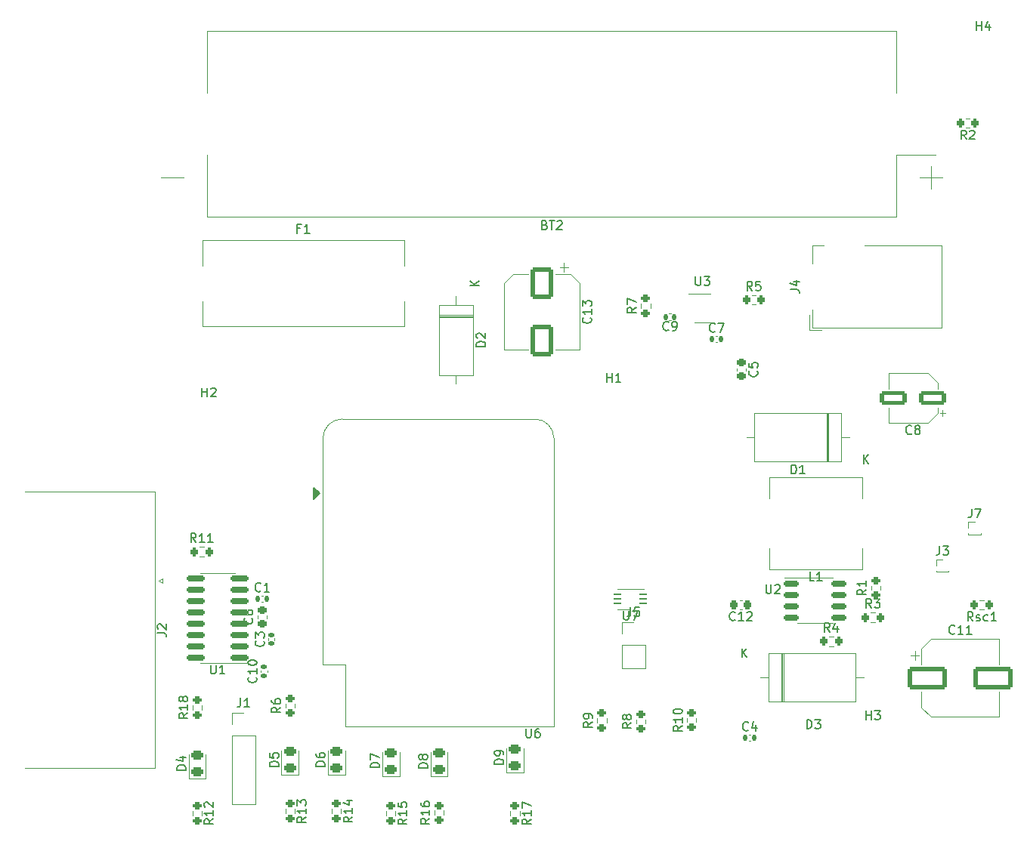
<source format=gto>
G04 #@! TF.GenerationSoftware,KiCad,Pcbnew,(7.0.0-0)*
G04 #@! TF.CreationDate,2023-11-03T12:50:16+02:00*
G04 #@! TF.ProjectId,Untitled,556e7469-746c-4656-942e-6b696361645f,rev?*
G04 #@! TF.SameCoordinates,Original*
G04 #@! TF.FileFunction,Legend,Top*
G04 #@! TF.FilePolarity,Positive*
%FSLAX46Y46*%
G04 Gerber Fmt 4.6, Leading zero omitted, Abs format (unit mm)*
G04 Created by KiCad (PCBNEW (7.0.0-0)) date 2023-11-03 12:50:16*
%MOMM*%
%LPD*%
G01*
G04 APERTURE LIST*
G04 Aperture macros list*
%AMRoundRect*
0 Rectangle with rounded corners*
0 $1 Rounding radius*
0 $2 $3 $4 $5 $6 $7 $8 $9 X,Y pos of 4 corners*
0 Add a 4 corners polygon primitive as box body*
4,1,4,$2,$3,$4,$5,$6,$7,$8,$9,$2,$3,0*
0 Add four circle primitives for the rounded corners*
1,1,$1+$1,$2,$3*
1,1,$1+$1,$4,$5*
1,1,$1+$1,$6,$7*
1,1,$1+$1,$8,$9*
0 Add four rect primitives between the rounded corners*
20,1,$1+$1,$2,$3,$4,$5,0*
20,1,$1+$1,$4,$5,$6,$7,0*
20,1,$1+$1,$6,$7,$8,$9,0*
20,1,$1+$1,$8,$9,$2,$3,0*%
G04 Aperture macros list end*
%ADD10C,0.150000*%
%ADD11C,0.120000*%
%ADD12R,3.175000X4.950000*%
%ADD13RoundRect,0.225000X-0.250000X0.225000X-0.250000X-0.225000X0.250000X-0.225000X0.250000X0.225000X0*%
%ADD14RoundRect,0.243750X0.456250X-0.243750X0.456250X0.243750X-0.456250X0.243750X-0.456250X-0.243750X0*%
%ADD15RoundRect,0.200000X-0.275000X0.200000X-0.275000X-0.200000X0.275000X-0.200000X0.275000X0.200000X0*%
%ADD16RoundRect,0.200000X0.275000X-0.200000X0.275000X0.200000X-0.275000X0.200000X-0.275000X-0.200000X0*%
%ADD17RoundRect,0.062500X0.350000X0.062500X-0.350000X0.062500X-0.350000X-0.062500X0.350000X-0.062500X0*%
%ADD18R,1.650000X1.350000*%
%ADD19R,3.200000X3.200000*%
%ADD20O,3.200000X3.200000*%
%ADD21RoundRect,0.225000X0.225000X0.250000X-0.225000X0.250000X-0.225000X-0.250000X0.225000X-0.250000X0*%
%ADD22RoundRect,0.150000X0.825000X0.150000X-0.825000X0.150000X-0.825000X-0.150000X0.825000X-0.150000X0*%
%ADD23C,2.390000*%
%ADD24C,3.450000*%
%ADD25R,7.340000X6.350000*%
%ADD26R,2.000000X2.000000*%
%ADD27O,2.000000X1.600000*%
%ADD28RoundRect,0.140000X0.170000X-0.140000X0.170000X0.140000X-0.170000X0.140000X-0.170000X-0.140000X0*%
%ADD29R,0.850000X0.850000*%
%ADD30RoundRect,0.140000X0.140000X0.170000X-0.140000X0.170000X-0.140000X-0.170000X0.140000X-0.170000X0*%
%ADD31RoundRect,0.200000X-0.200000X-0.275000X0.200000X-0.275000X0.200000X0.275000X-0.200000X0.275000X0*%
%ADD32RoundRect,0.140000X-0.140000X-0.170000X0.140000X-0.170000X0.140000X0.170000X-0.140000X0.170000X0*%
%ADD33R,1.700000X1.700000*%
%ADD34O,1.700000X1.700000*%
%ADD35C,3.200000*%
%ADD36RoundRect,0.250000X-1.000000X1.500000X-1.000000X-1.500000X1.000000X-1.500000X1.000000X1.500000X0*%
%ADD37R,1.560000X0.650000*%
%ADD38RoundRect,0.200000X0.200000X0.275000X-0.200000X0.275000X-0.200000X-0.275000X0.200000X-0.275000X0*%
%ADD39RoundRect,0.225000X0.250000X-0.225000X0.250000X0.225000X-0.250000X0.225000X-0.250000X-0.225000X0*%
%ADD40C,4.000000*%
%ADD41R,1.600000X1.600000*%
%ADD42C,1.600000*%
%ADD43R,2.400000X2.400000*%
%ADD44O,2.400000X2.400000*%
%ADD45RoundRect,0.150000X-0.675000X-0.150000X0.675000X-0.150000X0.675000X0.150000X-0.675000X0.150000X0*%
%ADD46RoundRect,0.250000X1.250000X0.550000X-1.250000X0.550000X-1.250000X-0.550000X1.250000X-0.550000X0*%
%ADD47R,2.000000X4.600000*%
%ADD48O,2.000000X4.200000*%
%ADD49O,4.200000X2.000000*%
%ADD50RoundRect,0.250000X-1.950000X-1.000000X1.950000X-1.000000X1.950000X1.000000X-1.950000X1.000000X0*%
%ADD51C,3.000000*%
G04 APERTURE END LIST*
D10*
X173033333Y-86711380D02*
X172557143Y-86711380D01*
X172557143Y-86711380D02*
X172557143Y-85711380D01*
X173890476Y-86711380D02*
X173319048Y-86711380D01*
X173604762Y-86711380D02*
X173604762Y-85711380D01*
X173604762Y-85711380D02*
X173509524Y-85854238D01*
X173509524Y-85854238D02*
X173414286Y-85949476D01*
X173414286Y-85949476D02*
X173319048Y-85997095D01*
X166602142Y-63166666D02*
X166649761Y-63214285D01*
X166649761Y-63214285D02*
X166697380Y-63357142D01*
X166697380Y-63357142D02*
X166697380Y-63452380D01*
X166697380Y-63452380D02*
X166649761Y-63595237D01*
X166649761Y-63595237D02*
X166554523Y-63690475D01*
X166554523Y-63690475D02*
X166459285Y-63738094D01*
X166459285Y-63738094D02*
X166268809Y-63785713D01*
X166268809Y-63785713D02*
X166125952Y-63785713D01*
X166125952Y-63785713D02*
X165935476Y-63738094D01*
X165935476Y-63738094D02*
X165840238Y-63690475D01*
X165840238Y-63690475D02*
X165745000Y-63595237D01*
X165745000Y-63595237D02*
X165697380Y-63452380D01*
X165697380Y-63452380D02*
X165697380Y-63357142D01*
X165697380Y-63357142D02*
X165745000Y-63214285D01*
X165745000Y-63214285D02*
X165792619Y-63166666D01*
X165697380Y-62261904D02*
X165697380Y-62738094D01*
X165697380Y-62738094D02*
X166173571Y-62785713D01*
X166173571Y-62785713D02*
X166125952Y-62738094D01*
X166125952Y-62738094D02*
X166078333Y-62642856D01*
X166078333Y-62642856D02*
X166078333Y-62404761D01*
X166078333Y-62404761D02*
X166125952Y-62309523D01*
X166125952Y-62309523D02*
X166173571Y-62261904D01*
X166173571Y-62261904D02*
X166268809Y-62214285D01*
X166268809Y-62214285D02*
X166506904Y-62214285D01*
X166506904Y-62214285D02*
X166602142Y-62261904D01*
X166602142Y-62261904D02*
X166649761Y-62309523D01*
X166649761Y-62309523D02*
X166697380Y-62404761D01*
X166697380Y-62404761D02*
X166697380Y-62642856D01*
X166697380Y-62642856D02*
X166649761Y-62738094D01*
X166649761Y-62738094D02*
X166602142Y-62785713D01*
X118217380Y-107478094D02*
X117217380Y-107478094D01*
X117217380Y-107478094D02*
X117217380Y-107239999D01*
X117217380Y-107239999D02*
X117265000Y-107097142D01*
X117265000Y-107097142D02*
X117360238Y-107001904D01*
X117360238Y-107001904D02*
X117455476Y-106954285D01*
X117455476Y-106954285D02*
X117645952Y-106906666D01*
X117645952Y-106906666D02*
X117788809Y-106906666D01*
X117788809Y-106906666D02*
X117979285Y-106954285D01*
X117979285Y-106954285D02*
X118074523Y-107001904D01*
X118074523Y-107001904D02*
X118169761Y-107097142D01*
X118169761Y-107097142D02*
X118217380Y-107239999D01*
X118217380Y-107239999D02*
X118217380Y-107478094D01*
X117217380Y-106049523D02*
X117217380Y-106239999D01*
X117217380Y-106239999D02*
X117265000Y-106335237D01*
X117265000Y-106335237D02*
X117312619Y-106382856D01*
X117312619Y-106382856D02*
X117455476Y-106478094D01*
X117455476Y-106478094D02*
X117645952Y-106525713D01*
X117645952Y-106525713D02*
X118026904Y-106525713D01*
X118026904Y-106525713D02*
X118122142Y-106478094D01*
X118122142Y-106478094D02*
X118169761Y-106430475D01*
X118169761Y-106430475D02*
X118217380Y-106335237D01*
X118217380Y-106335237D02*
X118217380Y-106144761D01*
X118217380Y-106144761D02*
X118169761Y-106049523D01*
X118169761Y-106049523D02*
X118122142Y-106001904D01*
X118122142Y-106001904D02*
X118026904Y-105954285D01*
X118026904Y-105954285D02*
X117788809Y-105954285D01*
X117788809Y-105954285D02*
X117693571Y-106001904D01*
X117693571Y-106001904D02*
X117645952Y-106049523D01*
X117645952Y-106049523D02*
X117598333Y-106144761D01*
X117598333Y-106144761D02*
X117598333Y-106335237D01*
X117598333Y-106335237D02*
X117645952Y-106430475D01*
X117645952Y-106430475D02*
X117693571Y-106478094D01*
X117693571Y-106478094D02*
X117788809Y-106525713D01*
X105697380Y-113393357D02*
X105221190Y-113726690D01*
X105697380Y-113964785D02*
X104697380Y-113964785D01*
X104697380Y-113964785D02*
X104697380Y-113583833D01*
X104697380Y-113583833D02*
X104745000Y-113488595D01*
X104745000Y-113488595D02*
X104792619Y-113440976D01*
X104792619Y-113440976D02*
X104887857Y-113393357D01*
X104887857Y-113393357D02*
X105030714Y-113393357D01*
X105030714Y-113393357D02*
X105125952Y-113440976D01*
X105125952Y-113440976D02*
X105173571Y-113488595D01*
X105173571Y-113488595D02*
X105221190Y-113583833D01*
X105221190Y-113583833D02*
X105221190Y-113964785D01*
X105697380Y-112440976D02*
X105697380Y-113012404D01*
X105697380Y-112726690D02*
X104697380Y-112726690D01*
X104697380Y-112726690D02*
X104840238Y-112821928D01*
X104840238Y-112821928D02*
X104935476Y-112917166D01*
X104935476Y-112917166D02*
X104983095Y-113012404D01*
X104792619Y-112060023D02*
X104745000Y-112012404D01*
X104745000Y-112012404D02*
X104697380Y-111917166D01*
X104697380Y-111917166D02*
X104697380Y-111679071D01*
X104697380Y-111679071D02*
X104745000Y-111583833D01*
X104745000Y-111583833D02*
X104792619Y-111536214D01*
X104792619Y-111536214D02*
X104887857Y-111488595D01*
X104887857Y-111488595D02*
X104983095Y-111488595D01*
X104983095Y-111488595D02*
X105125952Y-111536214D01*
X105125952Y-111536214D02*
X105697380Y-112107642D01*
X105697380Y-112107642D02*
X105697380Y-111488595D01*
X141297380Y-113416857D02*
X140821190Y-113750190D01*
X141297380Y-113988285D02*
X140297380Y-113988285D01*
X140297380Y-113988285D02*
X140297380Y-113607333D01*
X140297380Y-113607333D02*
X140345000Y-113512095D01*
X140345000Y-113512095D02*
X140392619Y-113464476D01*
X140392619Y-113464476D02*
X140487857Y-113416857D01*
X140487857Y-113416857D02*
X140630714Y-113416857D01*
X140630714Y-113416857D02*
X140725952Y-113464476D01*
X140725952Y-113464476D02*
X140773571Y-113512095D01*
X140773571Y-113512095D02*
X140821190Y-113607333D01*
X140821190Y-113607333D02*
X140821190Y-113988285D01*
X141297380Y-112464476D02*
X141297380Y-113035904D01*
X141297380Y-112750190D02*
X140297380Y-112750190D01*
X140297380Y-112750190D02*
X140440238Y-112845428D01*
X140440238Y-112845428D02*
X140535476Y-112940666D01*
X140535476Y-112940666D02*
X140583095Y-113035904D01*
X140297380Y-112131142D02*
X140297380Y-111464476D01*
X140297380Y-111464476D02*
X141297380Y-111893047D01*
X153087380Y-56053666D02*
X152611190Y-56386999D01*
X153087380Y-56625094D02*
X152087380Y-56625094D01*
X152087380Y-56625094D02*
X152087380Y-56244142D01*
X152087380Y-56244142D02*
X152135000Y-56148904D01*
X152135000Y-56148904D02*
X152182619Y-56101285D01*
X152182619Y-56101285D02*
X152277857Y-56053666D01*
X152277857Y-56053666D02*
X152420714Y-56053666D01*
X152420714Y-56053666D02*
X152515952Y-56101285D01*
X152515952Y-56101285D02*
X152563571Y-56148904D01*
X152563571Y-56148904D02*
X152611190Y-56244142D01*
X152611190Y-56244142D02*
X152611190Y-56625094D01*
X152087380Y-55720332D02*
X152087380Y-55053666D01*
X152087380Y-55053666D02*
X153087380Y-55482237D01*
X127397380Y-113402857D02*
X126921190Y-113736190D01*
X127397380Y-113974285D02*
X126397380Y-113974285D01*
X126397380Y-113974285D02*
X126397380Y-113593333D01*
X126397380Y-113593333D02*
X126445000Y-113498095D01*
X126445000Y-113498095D02*
X126492619Y-113450476D01*
X126492619Y-113450476D02*
X126587857Y-113402857D01*
X126587857Y-113402857D02*
X126730714Y-113402857D01*
X126730714Y-113402857D02*
X126825952Y-113450476D01*
X126825952Y-113450476D02*
X126873571Y-113498095D01*
X126873571Y-113498095D02*
X126921190Y-113593333D01*
X126921190Y-113593333D02*
X126921190Y-113974285D01*
X127397380Y-112450476D02*
X127397380Y-113021904D01*
X127397380Y-112736190D02*
X126397380Y-112736190D01*
X126397380Y-112736190D02*
X126540238Y-112831428D01*
X126540238Y-112831428D02*
X126635476Y-112926666D01*
X126635476Y-112926666D02*
X126683095Y-113021904D01*
X126397380Y-111545714D02*
X126397380Y-112021904D01*
X126397380Y-112021904D02*
X126873571Y-112069523D01*
X126873571Y-112069523D02*
X126825952Y-112021904D01*
X126825952Y-112021904D02*
X126778333Y-111926666D01*
X126778333Y-111926666D02*
X126778333Y-111688571D01*
X126778333Y-111688571D02*
X126825952Y-111593333D01*
X126825952Y-111593333D02*
X126873571Y-111545714D01*
X126873571Y-111545714D02*
X126968809Y-111498095D01*
X126968809Y-111498095D02*
X127206904Y-111498095D01*
X127206904Y-111498095D02*
X127302142Y-111545714D01*
X127302142Y-111545714D02*
X127349761Y-111593333D01*
X127349761Y-111593333D02*
X127397380Y-111688571D01*
X127397380Y-111688571D02*
X127397380Y-111926666D01*
X127397380Y-111926666D02*
X127349761Y-112021904D01*
X127349761Y-112021904D02*
X127302142Y-112069523D01*
X148178380Y-102529666D02*
X147702190Y-102862999D01*
X148178380Y-103101094D02*
X147178380Y-103101094D01*
X147178380Y-103101094D02*
X147178380Y-102720142D01*
X147178380Y-102720142D02*
X147226000Y-102624904D01*
X147226000Y-102624904D02*
X147273619Y-102577285D01*
X147273619Y-102577285D02*
X147368857Y-102529666D01*
X147368857Y-102529666D02*
X147511714Y-102529666D01*
X147511714Y-102529666D02*
X147606952Y-102577285D01*
X147606952Y-102577285D02*
X147654571Y-102624904D01*
X147654571Y-102624904D02*
X147702190Y-102720142D01*
X147702190Y-102720142D02*
X147702190Y-103101094D01*
X148178380Y-102053475D02*
X148178380Y-101862999D01*
X148178380Y-101862999D02*
X148130761Y-101767761D01*
X148130761Y-101767761D02*
X148083142Y-101720142D01*
X148083142Y-101720142D02*
X147940285Y-101624904D01*
X147940285Y-101624904D02*
X147749809Y-101577285D01*
X147749809Y-101577285D02*
X147368857Y-101577285D01*
X147368857Y-101577285D02*
X147273619Y-101624904D01*
X147273619Y-101624904D02*
X147226000Y-101672523D01*
X147226000Y-101672523D02*
X147178380Y-101767761D01*
X147178380Y-101767761D02*
X147178380Y-101958237D01*
X147178380Y-101958237D02*
X147226000Y-102053475D01*
X147226000Y-102053475D02*
X147273619Y-102101094D01*
X147273619Y-102101094D02*
X147368857Y-102148713D01*
X147368857Y-102148713D02*
X147606952Y-102148713D01*
X147606952Y-102148713D02*
X147702190Y-102101094D01*
X147702190Y-102101094D02*
X147749809Y-102053475D01*
X147749809Y-102053475D02*
X147797428Y-101958237D01*
X147797428Y-101958237D02*
X147797428Y-101767761D01*
X147797428Y-101767761D02*
X147749809Y-101672523D01*
X147749809Y-101672523D02*
X147702190Y-101624904D01*
X147702190Y-101624904D02*
X147606952Y-101577285D01*
X151683095Y-90069380D02*
X151683095Y-90878904D01*
X151683095Y-90878904D02*
X151730714Y-90974142D01*
X151730714Y-90974142D02*
X151778333Y-91021761D01*
X151778333Y-91021761D02*
X151873571Y-91069380D01*
X151873571Y-91069380D02*
X152064047Y-91069380D01*
X152064047Y-91069380D02*
X152159285Y-91021761D01*
X152159285Y-91021761D02*
X152206904Y-90974142D01*
X152206904Y-90974142D02*
X152254523Y-90878904D01*
X152254523Y-90878904D02*
X152254523Y-90069380D01*
X152635476Y-90069380D02*
X153302142Y-90069380D01*
X153302142Y-90069380D02*
X152873571Y-91069380D01*
X172191905Y-103277380D02*
X172191905Y-102277380D01*
X172191905Y-102277380D02*
X172430000Y-102277380D01*
X172430000Y-102277380D02*
X172572857Y-102325000D01*
X172572857Y-102325000D02*
X172668095Y-102420238D01*
X172668095Y-102420238D02*
X172715714Y-102515476D01*
X172715714Y-102515476D02*
X172763333Y-102705952D01*
X172763333Y-102705952D02*
X172763333Y-102848809D01*
X172763333Y-102848809D02*
X172715714Y-103039285D01*
X172715714Y-103039285D02*
X172668095Y-103134523D01*
X172668095Y-103134523D02*
X172572857Y-103229761D01*
X172572857Y-103229761D02*
X172430000Y-103277380D01*
X172430000Y-103277380D02*
X172191905Y-103277380D01*
X173096667Y-102277380D02*
X173715714Y-102277380D01*
X173715714Y-102277380D02*
X173382381Y-102658333D01*
X173382381Y-102658333D02*
X173525238Y-102658333D01*
X173525238Y-102658333D02*
X173620476Y-102705952D01*
X173620476Y-102705952D02*
X173668095Y-102753571D01*
X173668095Y-102753571D02*
X173715714Y-102848809D01*
X173715714Y-102848809D02*
X173715714Y-103086904D01*
X173715714Y-103086904D02*
X173668095Y-103182142D01*
X173668095Y-103182142D02*
X173620476Y-103229761D01*
X173620476Y-103229761D02*
X173525238Y-103277380D01*
X173525238Y-103277380D02*
X173239524Y-103277380D01*
X173239524Y-103277380D02*
X173144286Y-103229761D01*
X173144286Y-103229761D02*
X173096667Y-103182142D01*
X164918095Y-95267380D02*
X164918095Y-94267380D01*
X165489523Y-95267380D02*
X165060952Y-94695952D01*
X165489523Y-94267380D02*
X164918095Y-94838809D01*
X164158142Y-91068142D02*
X164110523Y-91115761D01*
X164110523Y-91115761D02*
X163967666Y-91163380D01*
X163967666Y-91163380D02*
X163872428Y-91163380D01*
X163872428Y-91163380D02*
X163729571Y-91115761D01*
X163729571Y-91115761D02*
X163634333Y-91020523D01*
X163634333Y-91020523D02*
X163586714Y-90925285D01*
X163586714Y-90925285D02*
X163539095Y-90734809D01*
X163539095Y-90734809D02*
X163539095Y-90591952D01*
X163539095Y-90591952D02*
X163586714Y-90401476D01*
X163586714Y-90401476D02*
X163634333Y-90306238D01*
X163634333Y-90306238D02*
X163729571Y-90211000D01*
X163729571Y-90211000D02*
X163872428Y-90163380D01*
X163872428Y-90163380D02*
X163967666Y-90163380D01*
X163967666Y-90163380D02*
X164110523Y-90211000D01*
X164110523Y-90211000D02*
X164158142Y-90258619D01*
X165110523Y-91163380D02*
X164539095Y-91163380D01*
X164824809Y-91163380D02*
X164824809Y-90163380D01*
X164824809Y-90163380D02*
X164729571Y-90306238D01*
X164729571Y-90306238D02*
X164634333Y-90401476D01*
X164634333Y-90401476D02*
X164539095Y-90449095D01*
X165491476Y-90258619D02*
X165539095Y-90211000D01*
X165539095Y-90211000D02*
X165634333Y-90163380D01*
X165634333Y-90163380D02*
X165872428Y-90163380D01*
X165872428Y-90163380D02*
X165967666Y-90211000D01*
X165967666Y-90211000D02*
X166015285Y-90258619D01*
X166015285Y-90258619D02*
X166062904Y-90353857D01*
X166062904Y-90353857D02*
X166062904Y-90449095D01*
X166062904Y-90449095D02*
X166015285Y-90591952D01*
X166015285Y-90591952D02*
X165443857Y-91163380D01*
X165443857Y-91163380D02*
X166062904Y-91163380D01*
X105410095Y-96134380D02*
X105410095Y-96943904D01*
X105410095Y-96943904D02*
X105457714Y-97039142D01*
X105457714Y-97039142D02*
X105505333Y-97086761D01*
X105505333Y-97086761D02*
X105600571Y-97134380D01*
X105600571Y-97134380D02*
X105791047Y-97134380D01*
X105791047Y-97134380D02*
X105886285Y-97086761D01*
X105886285Y-97086761D02*
X105933904Y-97039142D01*
X105933904Y-97039142D02*
X105981523Y-96943904D01*
X105981523Y-96943904D02*
X105981523Y-96134380D01*
X106981523Y-97134380D02*
X106410095Y-97134380D01*
X106695809Y-97134380D02*
X106695809Y-96134380D01*
X106695809Y-96134380D02*
X106600571Y-96277238D01*
X106600571Y-96277238D02*
X106505333Y-96372476D01*
X106505333Y-96372476D02*
X106410095Y-96420095D01*
X102837380Y-101542857D02*
X102361190Y-101876190D01*
X102837380Y-102114285D02*
X101837380Y-102114285D01*
X101837380Y-102114285D02*
X101837380Y-101733333D01*
X101837380Y-101733333D02*
X101885000Y-101638095D01*
X101885000Y-101638095D02*
X101932619Y-101590476D01*
X101932619Y-101590476D02*
X102027857Y-101542857D01*
X102027857Y-101542857D02*
X102170714Y-101542857D01*
X102170714Y-101542857D02*
X102265952Y-101590476D01*
X102265952Y-101590476D02*
X102313571Y-101638095D01*
X102313571Y-101638095D02*
X102361190Y-101733333D01*
X102361190Y-101733333D02*
X102361190Y-102114285D01*
X102837380Y-100590476D02*
X102837380Y-101161904D01*
X102837380Y-100876190D02*
X101837380Y-100876190D01*
X101837380Y-100876190D02*
X101980238Y-100971428D01*
X101980238Y-100971428D02*
X102075476Y-101066666D01*
X102075476Y-101066666D02*
X102123095Y-101161904D01*
X102265952Y-100019047D02*
X102218333Y-100114285D01*
X102218333Y-100114285D02*
X102170714Y-100161904D01*
X102170714Y-100161904D02*
X102075476Y-100209523D01*
X102075476Y-100209523D02*
X102027857Y-100209523D01*
X102027857Y-100209523D02*
X101932619Y-100161904D01*
X101932619Y-100161904D02*
X101885000Y-100114285D01*
X101885000Y-100114285D02*
X101837380Y-100019047D01*
X101837380Y-100019047D02*
X101837380Y-99828571D01*
X101837380Y-99828571D02*
X101885000Y-99733333D01*
X101885000Y-99733333D02*
X101932619Y-99685714D01*
X101932619Y-99685714D02*
X102027857Y-99638095D01*
X102027857Y-99638095D02*
X102075476Y-99638095D01*
X102075476Y-99638095D02*
X102170714Y-99685714D01*
X102170714Y-99685714D02*
X102218333Y-99733333D01*
X102218333Y-99733333D02*
X102265952Y-99828571D01*
X102265952Y-99828571D02*
X102265952Y-100019047D01*
X102265952Y-100019047D02*
X102313571Y-100114285D01*
X102313571Y-100114285D02*
X102361190Y-100161904D01*
X102361190Y-100161904D02*
X102456428Y-100209523D01*
X102456428Y-100209523D02*
X102646904Y-100209523D01*
X102646904Y-100209523D02*
X102742142Y-100161904D01*
X102742142Y-100161904D02*
X102789761Y-100114285D01*
X102789761Y-100114285D02*
X102837380Y-100019047D01*
X102837380Y-100019047D02*
X102837380Y-99828571D01*
X102837380Y-99828571D02*
X102789761Y-99733333D01*
X102789761Y-99733333D02*
X102742142Y-99685714D01*
X102742142Y-99685714D02*
X102646904Y-99638095D01*
X102646904Y-99638095D02*
X102456428Y-99638095D01*
X102456428Y-99638095D02*
X102361190Y-99685714D01*
X102361190Y-99685714D02*
X102313571Y-99733333D01*
X102313571Y-99733333D02*
X102265952Y-99828571D01*
X142825885Y-46801971D02*
X142968742Y-46849590D01*
X142968742Y-46849590D02*
X143016361Y-46897209D01*
X143016361Y-46897209D02*
X143063980Y-46992447D01*
X143063980Y-46992447D02*
X143063980Y-47135304D01*
X143063980Y-47135304D02*
X143016361Y-47230542D01*
X143016361Y-47230542D02*
X142968742Y-47278161D01*
X142968742Y-47278161D02*
X142873504Y-47325780D01*
X142873504Y-47325780D02*
X142492552Y-47325780D01*
X142492552Y-47325780D02*
X142492552Y-46325780D01*
X142492552Y-46325780D02*
X142825885Y-46325780D01*
X142825885Y-46325780D02*
X142921123Y-46373400D01*
X142921123Y-46373400D02*
X142968742Y-46421019D01*
X142968742Y-46421019D02*
X143016361Y-46516257D01*
X143016361Y-46516257D02*
X143016361Y-46611495D01*
X143016361Y-46611495D02*
X142968742Y-46706733D01*
X142968742Y-46706733D02*
X142921123Y-46754352D01*
X142921123Y-46754352D02*
X142825885Y-46801971D01*
X142825885Y-46801971D02*
X142492552Y-46801971D01*
X143349695Y-46325780D02*
X143921123Y-46325780D01*
X143635409Y-47325780D02*
X143635409Y-46325780D01*
X144206838Y-46421019D02*
X144254457Y-46373400D01*
X144254457Y-46373400D02*
X144349695Y-46325780D01*
X144349695Y-46325780D02*
X144587790Y-46325780D01*
X144587790Y-46325780D02*
X144683028Y-46373400D01*
X144683028Y-46373400D02*
X144730647Y-46421019D01*
X144730647Y-46421019D02*
X144778266Y-46516257D01*
X144778266Y-46516257D02*
X144778266Y-46611495D01*
X144778266Y-46611495D02*
X144730647Y-46754352D01*
X144730647Y-46754352D02*
X144159219Y-47325780D01*
X144159219Y-47325780D02*
X144778266Y-47325780D01*
X140738095Y-103267380D02*
X140738095Y-104076904D01*
X140738095Y-104076904D02*
X140785714Y-104172142D01*
X140785714Y-104172142D02*
X140833333Y-104219761D01*
X140833333Y-104219761D02*
X140928571Y-104267380D01*
X140928571Y-104267380D02*
X141119047Y-104267380D01*
X141119047Y-104267380D02*
X141214285Y-104219761D01*
X141214285Y-104219761D02*
X141261904Y-104172142D01*
X141261904Y-104172142D02*
X141309523Y-104076904D01*
X141309523Y-104076904D02*
X141309523Y-103267380D01*
X142214285Y-103267380D02*
X142023809Y-103267380D01*
X142023809Y-103267380D02*
X141928571Y-103315000D01*
X141928571Y-103315000D02*
X141880952Y-103362619D01*
X141880952Y-103362619D02*
X141785714Y-103505476D01*
X141785714Y-103505476D02*
X141738095Y-103695952D01*
X141738095Y-103695952D02*
X141738095Y-104076904D01*
X141738095Y-104076904D02*
X141785714Y-104172142D01*
X141785714Y-104172142D02*
X141833333Y-104219761D01*
X141833333Y-104219761D02*
X141928571Y-104267380D01*
X141928571Y-104267380D02*
X142119047Y-104267380D01*
X142119047Y-104267380D02*
X142214285Y-104219761D01*
X142214285Y-104219761D02*
X142261904Y-104172142D01*
X142261904Y-104172142D02*
X142309523Y-104076904D01*
X142309523Y-104076904D02*
X142309523Y-103838809D01*
X142309523Y-103838809D02*
X142261904Y-103743571D01*
X142261904Y-103743571D02*
X142214285Y-103695952D01*
X142214285Y-103695952D02*
X142119047Y-103648333D01*
X142119047Y-103648333D02*
X141928571Y-103648333D01*
X141928571Y-103648333D02*
X141833333Y-103695952D01*
X141833333Y-103695952D02*
X141785714Y-103743571D01*
X141785714Y-103743571D02*
X141738095Y-103838809D01*
X129717380Y-107678094D02*
X128717380Y-107678094D01*
X128717380Y-107678094D02*
X128717380Y-107439999D01*
X128717380Y-107439999D02*
X128765000Y-107297142D01*
X128765000Y-107297142D02*
X128860238Y-107201904D01*
X128860238Y-107201904D02*
X128955476Y-107154285D01*
X128955476Y-107154285D02*
X129145952Y-107106666D01*
X129145952Y-107106666D02*
X129288809Y-107106666D01*
X129288809Y-107106666D02*
X129479285Y-107154285D01*
X129479285Y-107154285D02*
X129574523Y-107201904D01*
X129574523Y-107201904D02*
X129669761Y-107297142D01*
X129669761Y-107297142D02*
X129717380Y-107439999D01*
X129717380Y-107439999D02*
X129717380Y-107678094D01*
X129145952Y-106535237D02*
X129098333Y-106630475D01*
X129098333Y-106630475D02*
X129050714Y-106678094D01*
X129050714Y-106678094D02*
X128955476Y-106725713D01*
X128955476Y-106725713D02*
X128907857Y-106725713D01*
X128907857Y-106725713D02*
X128812619Y-106678094D01*
X128812619Y-106678094D02*
X128765000Y-106630475D01*
X128765000Y-106630475D02*
X128717380Y-106535237D01*
X128717380Y-106535237D02*
X128717380Y-106344761D01*
X128717380Y-106344761D02*
X128765000Y-106249523D01*
X128765000Y-106249523D02*
X128812619Y-106201904D01*
X128812619Y-106201904D02*
X128907857Y-106154285D01*
X128907857Y-106154285D02*
X128955476Y-106154285D01*
X128955476Y-106154285D02*
X129050714Y-106201904D01*
X129050714Y-106201904D02*
X129098333Y-106249523D01*
X129098333Y-106249523D02*
X129145952Y-106344761D01*
X129145952Y-106344761D02*
X129145952Y-106535237D01*
X129145952Y-106535237D02*
X129193571Y-106630475D01*
X129193571Y-106630475D02*
X129241190Y-106678094D01*
X129241190Y-106678094D02*
X129336428Y-106725713D01*
X129336428Y-106725713D02*
X129526904Y-106725713D01*
X129526904Y-106725713D02*
X129622142Y-106678094D01*
X129622142Y-106678094D02*
X129669761Y-106630475D01*
X129669761Y-106630475D02*
X129717380Y-106535237D01*
X129717380Y-106535237D02*
X129717380Y-106344761D01*
X129717380Y-106344761D02*
X129669761Y-106249523D01*
X129669761Y-106249523D02*
X129622142Y-106201904D01*
X129622142Y-106201904D02*
X129526904Y-106154285D01*
X129526904Y-106154285D02*
X129336428Y-106154285D01*
X129336428Y-106154285D02*
X129241190Y-106201904D01*
X129241190Y-106201904D02*
X129193571Y-106249523D01*
X129193571Y-106249523D02*
X129145952Y-106344761D01*
X158237380Y-102942857D02*
X157761190Y-103276190D01*
X158237380Y-103514285D02*
X157237380Y-103514285D01*
X157237380Y-103514285D02*
X157237380Y-103133333D01*
X157237380Y-103133333D02*
X157285000Y-103038095D01*
X157285000Y-103038095D02*
X157332619Y-102990476D01*
X157332619Y-102990476D02*
X157427857Y-102942857D01*
X157427857Y-102942857D02*
X157570714Y-102942857D01*
X157570714Y-102942857D02*
X157665952Y-102990476D01*
X157665952Y-102990476D02*
X157713571Y-103038095D01*
X157713571Y-103038095D02*
X157761190Y-103133333D01*
X157761190Y-103133333D02*
X157761190Y-103514285D01*
X158237380Y-101990476D02*
X158237380Y-102561904D01*
X158237380Y-102276190D02*
X157237380Y-102276190D01*
X157237380Y-102276190D02*
X157380238Y-102371428D01*
X157380238Y-102371428D02*
X157475476Y-102466666D01*
X157475476Y-102466666D02*
X157523095Y-102561904D01*
X157237380Y-101371428D02*
X157237380Y-101276190D01*
X157237380Y-101276190D02*
X157285000Y-101180952D01*
X157285000Y-101180952D02*
X157332619Y-101133333D01*
X157332619Y-101133333D02*
X157427857Y-101085714D01*
X157427857Y-101085714D02*
X157618333Y-101038095D01*
X157618333Y-101038095D02*
X157856428Y-101038095D01*
X157856428Y-101038095D02*
X158046904Y-101085714D01*
X158046904Y-101085714D02*
X158142142Y-101133333D01*
X158142142Y-101133333D02*
X158189761Y-101180952D01*
X158189761Y-101180952D02*
X158237380Y-101276190D01*
X158237380Y-101276190D02*
X158237380Y-101371428D01*
X158237380Y-101371428D02*
X158189761Y-101466666D01*
X158189761Y-101466666D02*
X158142142Y-101514285D01*
X158142142Y-101514285D02*
X158046904Y-101561904D01*
X158046904Y-101561904D02*
X157856428Y-101609523D01*
X157856428Y-101609523D02*
X157618333Y-101609523D01*
X157618333Y-101609523D02*
X157427857Y-101561904D01*
X157427857Y-101561904D02*
X157332619Y-101514285D01*
X157332619Y-101514285D02*
X157285000Y-101466666D01*
X157285000Y-101466666D02*
X157237380Y-101371428D01*
X111315142Y-93418666D02*
X111362761Y-93466285D01*
X111362761Y-93466285D02*
X111410380Y-93609142D01*
X111410380Y-93609142D02*
X111410380Y-93704380D01*
X111410380Y-93704380D02*
X111362761Y-93847237D01*
X111362761Y-93847237D02*
X111267523Y-93942475D01*
X111267523Y-93942475D02*
X111172285Y-93990094D01*
X111172285Y-93990094D02*
X110981809Y-94037713D01*
X110981809Y-94037713D02*
X110838952Y-94037713D01*
X110838952Y-94037713D02*
X110648476Y-93990094D01*
X110648476Y-93990094D02*
X110553238Y-93942475D01*
X110553238Y-93942475D02*
X110458000Y-93847237D01*
X110458000Y-93847237D02*
X110410380Y-93704380D01*
X110410380Y-93704380D02*
X110410380Y-93609142D01*
X110410380Y-93609142D02*
X110458000Y-93466285D01*
X110458000Y-93466285D02*
X110505619Y-93418666D01*
X110410380Y-93085332D02*
X110410380Y-92466285D01*
X110410380Y-92466285D02*
X110791333Y-92799618D01*
X110791333Y-92799618D02*
X110791333Y-92656761D01*
X110791333Y-92656761D02*
X110838952Y-92561523D01*
X110838952Y-92561523D02*
X110886571Y-92513904D01*
X110886571Y-92513904D02*
X110981809Y-92466285D01*
X110981809Y-92466285D02*
X111219904Y-92466285D01*
X111219904Y-92466285D02*
X111315142Y-92513904D01*
X111315142Y-92513904D02*
X111362761Y-92561523D01*
X111362761Y-92561523D02*
X111410380Y-92656761D01*
X111410380Y-92656761D02*
X111410380Y-92942475D01*
X111410380Y-92942475D02*
X111362761Y-93037713D01*
X111362761Y-93037713D02*
X111315142Y-93085332D01*
X138217380Y-107240594D02*
X137217380Y-107240594D01*
X137217380Y-107240594D02*
X137217380Y-107002499D01*
X137217380Y-107002499D02*
X137265000Y-106859642D01*
X137265000Y-106859642D02*
X137360238Y-106764404D01*
X137360238Y-106764404D02*
X137455476Y-106716785D01*
X137455476Y-106716785D02*
X137645952Y-106669166D01*
X137645952Y-106669166D02*
X137788809Y-106669166D01*
X137788809Y-106669166D02*
X137979285Y-106716785D01*
X137979285Y-106716785D02*
X138074523Y-106764404D01*
X138074523Y-106764404D02*
X138169761Y-106859642D01*
X138169761Y-106859642D02*
X138217380Y-107002499D01*
X138217380Y-107002499D02*
X138217380Y-107240594D01*
X138217380Y-106192975D02*
X138217380Y-106002499D01*
X138217380Y-106002499D02*
X138169761Y-105907261D01*
X138169761Y-105907261D02*
X138122142Y-105859642D01*
X138122142Y-105859642D02*
X137979285Y-105764404D01*
X137979285Y-105764404D02*
X137788809Y-105716785D01*
X137788809Y-105716785D02*
X137407857Y-105716785D01*
X137407857Y-105716785D02*
X137312619Y-105764404D01*
X137312619Y-105764404D02*
X137265000Y-105812023D01*
X137265000Y-105812023D02*
X137217380Y-105907261D01*
X137217380Y-105907261D02*
X137217380Y-106097737D01*
X137217380Y-106097737D02*
X137265000Y-106192975D01*
X137265000Y-106192975D02*
X137312619Y-106240594D01*
X137312619Y-106240594D02*
X137407857Y-106288213D01*
X137407857Y-106288213D02*
X137645952Y-106288213D01*
X137645952Y-106288213D02*
X137741190Y-106240594D01*
X137741190Y-106240594D02*
X137788809Y-106192975D01*
X137788809Y-106192975D02*
X137836428Y-106097737D01*
X137836428Y-106097737D02*
X137836428Y-105907261D01*
X137836428Y-105907261D02*
X137788809Y-105812023D01*
X137788809Y-105812023D02*
X137741190Y-105764404D01*
X137741190Y-105764404D02*
X137645952Y-105716785D01*
X187066666Y-82807380D02*
X187066666Y-83521666D01*
X187066666Y-83521666D02*
X187019047Y-83664523D01*
X187019047Y-83664523D02*
X186923809Y-83759761D01*
X186923809Y-83759761D02*
X186780952Y-83807380D01*
X186780952Y-83807380D02*
X186685714Y-83807380D01*
X187447619Y-82807380D02*
X188066666Y-82807380D01*
X188066666Y-82807380D02*
X187733333Y-83188333D01*
X187733333Y-83188333D02*
X187876190Y-83188333D01*
X187876190Y-83188333D02*
X187971428Y-83235952D01*
X187971428Y-83235952D02*
X188019047Y-83283571D01*
X188019047Y-83283571D02*
X188066666Y-83378809D01*
X188066666Y-83378809D02*
X188066666Y-83616904D01*
X188066666Y-83616904D02*
X188019047Y-83712142D01*
X188019047Y-83712142D02*
X187971428Y-83759761D01*
X187971428Y-83759761D02*
X187876190Y-83807380D01*
X187876190Y-83807380D02*
X187590476Y-83807380D01*
X187590476Y-83807380D02*
X187495238Y-83759761D01*
X187495238Y-83759761D02*
X187447619Y-83712142D01*
X156703333Y-58544142D02*
X156655714Y-58591761D01*
X156655714Y-58591761D02*
X156512857Y-58639380D01*
X156512857Y-58639380D02*
X156417619Y-58639380D01*
X156417619Y-58639380D02*
X156274762Y-58591761D01*
X156274762Y-58591761D02*
X156179524Y-58496523D01*
X156179524Y-58496523D02*
X156131905Y-58401285D01*
X156131905Y-58401285D02*
X156084286Y-58210809D01*
X156084286Y-58210809D02*
X156084286Y-58067952D01*
X156084286Y-58067952D02*
X156131905Y-57877476D01*
X156131905Y-57877476D02*
X156179524Y-57782238D01*
X156179524Y-57782238D02*
X156274762Y-57687000D01*
X156274762Y-57687000D02*
X156417619Y-57639380D01*
X156417619Y-57639380D02*
X156512857Y-57639380D01*
X156512857Y-57639380D02*
X156655714Y-57687000D01*
X156655714Y-57687000D02*
X156703333Y-57734619D01*
X157179524Y-58639380D02*
X157370000Y-58639380D01*
X157370000Y-58639380D02*
X157465238Y-58591761D01*
X157465238Y-58591761D02*
X157512857Y-58544142D01*
X157512857Y-58544142D02*
X157608095Y-58401285D01*
X157608095Y-58401285D02*
X157655714Y-58210809D01*
X157655714Y-58210809D02*
X157655714Y-57829857D01*
X157655714Y-57829857D02*
X157608095Y-57734619D01*
X157608095Y-57734619D02*
X157560476Y-57687000D01*
X157560476Y-57687000D02*
X157465238Y-57639380D01*
X157465238Y-57639380D02*
X157274762Y-57639380D01*
X157274762Y-57639380D02*
X157179524Y-57687000D01*
X157179524Y-57687000D02*
X157131905Y-57734619D01*
X157131905Y-57734619D02*
X157084286Y-57829857D01*
X157084286Y-57829857D02*
X157084286Y-58067952D01*
X157084286Y-58067952D02*
X157131905Y-58163190D01*
X157131905Y-58163190D02*
X157179524Y-58210809D01*
X157179524Y-58210809D02*
X157274762Y-58258428D01*
X157274762Y-58258428D02*
X157465238Y-58258428D01*
X157465238Y-58258428D02*
X157560476Y-58210809D01*
X157560476Y-58210809D02*
X157608095Y-58163190D01*
X157608095Y-58163190D02*
X157655714Y-58067952D01*
X166083333Y-54149380D02*
X165750000Y-53673190D01*
X165511905Y-54149380D02*
X165511905Y-53149380D01*
X165511905Y-53149380D02*
X165892857Y-53149380D01*
X165892857Y-53149380D02*
X165988095Y-53197000D01*
X165988095Y-53197000D02*
X166035714Y-53244619D01*
X166035714Y-53244619D02*
X166083333Y-53339857D01*
X166083333Y-53339857D02*
X166083333Y-53482714D01*
X166083333Y-53482714D02*
X166035714Y-53577952D01*
X166035714Y-53577952D02*
X165988095Y-53625571D01*
X165988095Y-53625571D02*
X165892857Y-53673190D01*
X165892857Y-53673190D02*
X165511905Y-53673190D01*
X166988095Y-53149380D02*
X166511905Y-53149380D01*
X166511905Y-53149380D02*
X166464286Y-53625571D01*
X166464286Y-53625571D02*
X166511905Y-53577952D01*
X166511905Y-53577952D02*
X166607143Y-53530333D01*
X166607143Y-53530333D02*
X166845238Y-53530333D01*
X166845238Y-53530333D02*
X166940476Y-53577952D01*
X166940476Y-53577952D02*
X166988095Y-53625571D01*
X166988095Y-53625571D02*
X167035714Y-53720809D01*
X167035714Y-53720809D02*
X167035714Y-53958904D01*
X167035714Y-53958904D02*
X166988095Y-54054142D01*
X166988095Y-54054142D02*
X166940476Y-54101761D01*
X166940476Y-54101761D02*
X166845238Y-54149380D01*
X166845238Y-54149380D02*
X166607143Y-54149380D01*
X166607143Y-54149380D02*
X166511905Y-54101761D01*
X166511905Y-54101761D02*
X166464286Y-54054142D01*
X111020333Y-87820142D02*
X110972714Y-87867761D01*
X110972714Y-87867761D02*
X110829857Y-87915380D01*
X110829857Y-87915380D02*
X110734619Y-87915380D01*
X110734619Y-87915380D02*
X110591762Y-87867761D01*
X110591762Y-87867761D02*
X110496524Y-87772523D01*
X110496524Y-87772523D02*
X110448905Y-87677285D01*
X110448905Y-87677285D02*
X110401286Y-87486809D01*
X110401286Y-87486809D02*
X110401286Y-87343952D01*
X110401286Y-87343952D02*
X110448905Y-87153476D01*
X110448905Y-87153476D02*
X110496524Y-87058238D01*
X110496524Y-87058238D02*
X110591762Y-86963000D01*
X110591762Y-86963000D02*
X110734619Y-86915380D01*
X110734619Y-86915380D02*
X110829857Y-86915380D01*
X110829857Y-86915380D02*
X110972714Y-86963000D01*
X110972714Y-86963000D02*
X111020333Y-87010619D01*
X111972714Y-87915380D02*
X111401286Y-87915380D01*
X111687000Y-87915380D02*
X111687000Y-86915380D01*
X111687000Y-86915380D02*
X111591762Y-87058238D01*
X111591762Y-87058238D02*
X111496524Y-87153476D01*
X111496524Y-87153476D02*
X111401286Y-87201095D01*
X108766666Y-99837380D02*
X108766666Y-100551666D01*
X108766666Y-100551666D02*
X108719047Y-100694523D01*
X108719047Y-100694523D02*
X108623809Y-100789761D01*
X108623809Y-100789761D02*
X108480952Y-100837380D01*
X108480952Y-100837380D02*
X108385714Y-100837380D01*
X109766666Y-100837380D02*
X109195238Y-100837380D01*
X109480952Y-100837380D02*
X109480952Y-99837380D01*
X109480952Y-99837380D02*
X109385714Y-99980238D01*
X109385714Y-99980238D02*
X109290476Y-100075476D01*
X109290476Y-100075476D02*
X109195238Y-100123095D01*
X191198095Y-24957380D02*
X191198095Y-23957380D01*
X191198095Y-24433571D02*
X191769523Y-24433571D01*
X191769523Y-24957380D02*
X191769523Y-23957380D01*
X192674285Y-24290714D02*
X192674285Y-24957380D01*
X192436190Y-23909761D02*
X192198095Y-24624047D01*
X192198095Y-24624047D02*
X192817142Y-24624047D01*
X161913333Y-58712142D02*
X161865714Y-58759761D01*
X161865714Y-58759761D02*
X161722857Y-58807380D01*
X161722857Y-58807380D02*
X161627619Y-58807380D01*
X161627619Y-58807380D02*
X161484762Y-58759761D01*
X161484762Y-58759761D02*
X161389524Y-58664523D01*
X161389524Y-58664523D02*
X161341905Y-58569285D01*
X161341905Y-58569285D02*
X161294286Y-58378809D01*
X161294286Y-58378809D02*
X161294286Y-58235952D01*
X161294286Y-58235952D02*
X161341905Y-58045476D01*
X161341905Y-58045476D02*
X161389524Y-57950238D01*
X161389524Y-57950238D02*
X161484762Y-57855000D01*
X161484762Y-57855000D02*
X161627619Y-57807380D01*
X161627619Y-57807380D02*
X161722857Y-57807380D01*
X161722857Y-57807380D02*
X161865714Y-57855000D01*
X161865714Y-57855000D02*
X161913333Y-57902619D01*
X162246667Y-57807380D02*
X162913333Y-57807380D01*
X162913333Y-57807380D02*
X162484762Y-58807380D01*
X116093380Y-113171357D02*
X115617190Y-113504690D01*
X116093380Y-113742785D02*
X115093380Y-113742785D01*
X115093380Y-113742785D02*
X115093380Y-113361833D01*
X115093380Y-113361833D02*
X115141000Y-113266595D01*
X115141000Y-113266595D02*
X115188619Y-113218976D01*
X115188619Y-113218976D02*
X115283857Y-113171357D01*
X115283857Y-113171357D02*
X115426714Y-113171357D01*
X115426714Y-113171357D02*
X115521952Y-113218976D01*
X115521952Y-113218976D02*
X115569571Y-113266595D01*
X115569571Y-113266595D02*
X115617190Y-113361833D01*
X115617190Y-113361833D02*
X115617190Y-113742785D01*
X116093380Y-112218976D02*
X116093380Y-112790404D01*
X116093380Y-112504690D02*
X115093380Y-112504690D01*
X115093380Y-112504690D02*
X115236238Y-112599928D01*
X115236238Y-112599928D02*
X115331476Y-112695166D01*
X115331476Y-112695166D02*
X115379095Y-112790404D01*
X115093380Y-111885642D02*
X115093380Y-111266595D01*
X115093380Y-111266595D02*
X115474333Y-111599928D01*
X115474333Y-111599928D02*
X115474333Y-111457071D01*
X115474333Y-111457071D02*
X115521952Y-111361833D01*
X115521952Y-111361833D02*
X115569571Y-111314214D01*
X115569571Y-111314214D02*
X115664809Y-111266595D01*
X115664809Y-111266595D02*
X115902904Y-111266595D01*
X115902904Y-111266595D02*
X115998142Y-111314214D01*
X115998142Y-111314214D02*
X116045761Y-111361833D01*
X116045761Y-111361833D02*
X116093380Y-111457071D01*
X116093380Y-111457071D02*
X116093380Y-111742785D01*
X116093380Y-111742785D02*
X116045761Y-111838023D01*
X116045761Y-111838023D02*
X115998142Y-111885642D01*
X152537380Y-102641666D02*
X152061190Y-102974999D01*
X152537380Y-103213094D02*
X151537380Y-103213094D01*
X151537380Y-103213094D02*
X151537380Y-102832142D01*
X151537380Y-102832142D02*
X151585000Y-102736904D01*
X151585000Y-102736904D02*
X151632619Y-102689285D01*
X151632619Y-102689285D02*
X151727857Y-102641666D01*
X151727857Y-102641666D02*
X151870714Y-102641666D01*
X151870714Y-102641666D02*
X151965952Y-102689285D01*
X151965952Y-102689285D02*
X152013571Y-102736904D01*
X152013571Y-102736904D02*
X152061190Y-102832142D01*
X152061190Y-102832142D02*
X152061190Y-103213094D01*
X151965952Y-102070237D02*
X151918333Y-102165475D01*
X151918333Y-102165475D02*
X151870714Y-102213094D01*
X151870714Y-102213094D02*
X151775476Y-102260713D01*
X151775476Y-102260713D02*
X151727857Y-102260713D01*
X151727857Y-102260713D02*
X151632619Y-102213094D01*
X151632619Y-102213094D02*
X151585000Y-102165475D01*
X151585000Y-102165475D02*
X151537380Y-102070237D01*
X151537380Y-102070237D02*
X151537380Y-101879761D01*
X151537380Y-101879761D02*
X151585000Y-101784523D01*
X151585000Y-101784523D02*
X151632619Y-101736904D01*
X151632619Y-101736904D02*
X151727857Y-101689285D01*
X151727857Y-101689285D02*
X151775476Y-101689285D01*
X151775476Y-101689285D02*
X151870714Y-101736904D01*
X151870714Y-101736904D02*
X151918333Y-101784523D01*
X151918333Y-101784523D02*
X151965952Y-101879761D01*
X151965952Y-101879761D02*
X151965952Y-102070237D01*
X151965952Y-102070237D02*
X152013571Y-102165475D01*
X152013571Y-102165475D02*
X152061190Y-102213094D01*
X152061190Y-102213094D02*
X152156428Y-102260713D01*
X152156428Y-102260713D02*
X152346904Y-102260713D01*
X152346904Y-102260713D02*
X152442142Y-102213094D01*
X152442142Y-102213094D02*
X152489761Y-102165475D01*
X152489761Y-102165475D02*
X152537380Y-102070237D01*
X152537380Y-102070237D02*
X152537380Y-101879761D01*
X152537380Y-101879761D02*
X152489761Y-101784523D01*
X152489761Y-101784523D02*
X152442142Y-101736904D01*
X152442142Y-101736904D02*
X152346904Y-101689285D01*
X152346904Y-101689285D02*
X152156428Y-101689285D01*
X152156428Y-101689285D02*
X152061190Y-101736904D01*
X152061190Y-101736904D02*
X152013571Y-101784523D01*
X152013571Y-101784523D02*
X151965952Y-101879761D01*
X170457905Y-74699380D02*
X170457905Y-73699380D01*
X170457905Y-73699380D02*
X170696000Y-73699380D01*
X170696000Y-73699380D02*
X170838857Y-73747000D01*
X170838857Y-73747000D02*
X170934095Y-73842238D01*
X170934095Y-73842238D02*
X170981714Y-73937476D01*
X170981714Y-73937476D02*
X171029333Y-74127952D01*
X171029333Y-74127952D02*
X171029333Y-74270809D01*
X171029333Y-74270809D02*
X170981714Y-74461285D01*
X170981714Y-74461285D02*
X170934095Y-74556523D01*
X170934095Y-74556523D02*
X170838857Y-74651761D01*
X170838857Y-74651761D02*
X170696000Y-74699380D01*
X170696000Y-74699380D02*
X170457905Y-74699380D01*
X171981714Y-74699380D02*
X171410286Y-74699380D01*
X171696000Y-74699380D02*
X171696000Y-73699380D01*
X171696000Y-73699380D02*
X171600762Y-73842238D01*
X171600762Y-73842238D02*
X171505524Y-73937476D01*
X171505524Y-73937476D02*
X171410286Y-73985095D01*
X178554095Y-73579380D02*
X178554095Y-72579380D01*
X179125523Y-73579380D02*
X178696952Y-73007952D01*
X179125523Y-72579380D02*
X178554095Y-73150809D01*
X147972142Y-57185357D02*
X148019761Y-57232976D01*
X148019761Y-57232976D02*
X148067380Y-57375833D01*
X148067380Y-57375833D02*
X148067380Y-57471071D01*
X148067380Y-57471071D02*
X148019761Y-57613928D01*
X148019761Y-57613928D02*
X147924523Y-57709166D01*
X147924523Y-57709166D02*
X147829285Y-57756785D01*
X147829285Y-57756785D02*
X147638809Y-57804404D01*
X147638809Y-57804404D02*
X147495952Y-57804404D01*
X147495952Y-57804404D02*
X147305476Y-57756785D01*
X147305476Y-57756785D02*
X147210238Y-57709166D01*
X147210238Y-57709166D02*
X147115000Y-57613928D01*
X147115000Y-57613928D02*
X147067380Y-57471071D01*
X147067380Y-57471071D02*
X147067380Y-57375833D01*
X147067380Y-57375833D02*
X147115000Y-57232976D01*
X147115000Y-57232976D02*
X147162619Y-57185357D01*
X148067380Y-56232976D02*
X148067380Y-56804404D01*
X148067380Y-56518690D02*
X147067380Y-56518690D01*
X147067380Y-56518690D02*
X147210238Y-56613928D01*
X147210238Y-56613928D02*
X147305476Y-56709166D01*
X147305476Y-56709166D02*
X147353095Y-56804404D01*
X147067380Y-55899642D02*
X147067380Y-55280595D01*
X147067380Y-55280595D02*
X147448333Y-55613928D01*
X147448333Y-55613928D02*
X147448333Y-55471071D01*
X147448333Y-55471071D02*
X147495952Y-55375833D01*
X147495952Y-55375833D02*
X147543571Y-55328214D01*
X147543571Y-55328214D02*
X147638809Y-55280595D01*
X147638809Y-55280595D02*
X147876904Y-55280595D01*
X147876904Y-55280595D02*
X147972142Y-55328214D01*
X147972142Y-55328214D02*
X148019761Y-55375833D01*
X148019761Y-55375833D02*
X148067380Y-55471071D01*
X148067380Y-55471071D02*
X148067380Y-55756785D01*
X148067380Y-55756785D02*
X148019761Y-55852023D01*
X148019761Y-55852023D02*
X147972142Y-55899642D01*
X159738095Y-52567380D02*
X159738095Y-53376904D01*
X159738095Y-53376904D02*
X159785714Y-53472142D01*
X159785714Y-53472142D02*
X159833333Y-53519761D01*
X159833333Y-53519761D02*
X159928571Y-53567380D01*
X159928571Y-53567380D02*
X160119047Y-53567380D01*
X160119047Y-53567380D02*
X160214285Y-53519761D01*
X160214285Y-53519761D02*
X160261904Y-53472142D01*
X160261904Y-53472142D02*
X160309523Y-53376904D01*
X160309523Y-53376904D02*
X160309523Y-52567380D01*
X160690476Y-52567380D02*
X161309523Y-52567380D01*
X161309523Y-52567380D02*
X160976190Y-52948333D01*
X160976190Y-52948333D02*
X161119047Y-52948333D01*
X161119047Y-52948333D02*
X161214285Y-52995952D01*
X161214285Y-52995952D02*
X161261904Y-53043571D01*
X161261904Y-53043571D02*
X161309523Y-53138809D01*
X161309523Y-53138809D02*
X161309523Y-53376904D01*
X161309523Y-53376904D02*
X161261904Y-53472142D01*
X161261904Y-53472142D02*
X161214285Y-53519761D01*
X161214285Y-53519761D02*
X161119047Y-53567380D01*
X161119047Y-53567380D02*
X160833333Y-53567380D01*
X160833333Y-53567380D02*
X160738095Y-53519761D01*
X160738095Y-53519761D02*
X160690476Y-53472142D01*
X113013380Y-107503094D02*
X112013380Y-107503094D01*
X112013380Y-107503094D02*
X112013380Y-107264999D01*
X112013380Y-107264999D02*
X112061000Y-107122142D01*
X112061000Y-107122142D02*
X112156238Y-107026904D01*
X112156238Y-107026904D02*
X112251476Y-106979285D01*
X112251476Y-106979285D02*
X112441952Y-106931666D01*
X112441952Y-106931666D02*
X112584809Y-106931666D01*
X112584809Y-106931666D02*
X112775285Y-106979285D01*
X112775285Y-106979285D02*
X112870523Y-107026904D01*
X112870523Y-107026904D02*
X112965761Y-107122142D01*
X112965761Y-107122142D02*
X113013380Y-107264999D01*
X113013380Y-107264999D02*
X113013380Y-107503094D01*
X112013380Y-106026904D02*
X112013380Y-106503094D01*
X112013380Y-106503094D02*
X112489571Y-106550713D01*
X112489571Y-106550713D02*
X112441952Y-106503094D01*
X112441952Y-106503094D02*
X112394333Y-106407856D01*
X112394333Y-106407856D02*
X112394333Y-106169761D01*
X112394333Y-106169761D02*
X112441952Y-106074523D01*
X112441952Y-106074523D02*
X112489571Y-106026904D01*
X112489571Y-106026904D02*
X112584809Y-105979285D01*
X112584809Y-105979285D02*
X112822904Y-105979285D01*
X112822904Y-105979285D02*
X112918142Y-106026904D01*
X112918142Y-106026904D02*
X112965761Y-106074523D01*
X112965761Y-106074523D02*
X113013380Y-106169761D01*
X113013380Y-106169761D02*
X113013380Y-106407856D01*
X113013380Y-106407856D02*
X112965761Y-106503094D01*
X112965761Y-106503094D02*
X112918142Y-106550713D01*
X152446666Y-89682380D02*
X152446666Y-90396666D01*
X152446666Y-90396666D02*
X152399047Y-90539523D01*
X152399047Y-90539523D02*
X152303809Y-90634761D01*
X152303809Y-90634761D02*
X152160952Y-90682380D01*
X152160952Y-90682380D02*
X152065714Y-90682380D01*
X153399047Y-89682380D02*
X152922857Y-89682380D01*
X152922857Y-89682380D02*
X152875238Y-90158571D01*
X152875238Y-90158571D02*
X152922857Y-90110952D01*
X152922857Y-90110952D02*
X153018095Y-90063333D01*
X153018095Y-90063333D02*
X153256190Y-90063333D01*
X153256190Y-90063333D02*
X153351428Y-90110952D01*
X153351428Y-90110952D02*
X153399047Y-90158571D01*
X153399047Y-90158571D02*
X153446666Y-90253809D01*
X153446666Y-90253809D02*
X153446666Y-90491904D01*
X153446666Y-90491904D02*
X153399047Y-90587142D01*
X153399047Y-90587142D02*
X153351428Y-90634761D01*
X153351428Y-90634761D02*
X153256190Y-90682380D01*
X153256190Y-90682380D02*
X153018095Y-90682380D01*
X153018095Y-90682380D02*
X152922857Y-90634761D01*
X152922857Y-90634761D02*
X152875238Y-90587142D01*
X102617380Y-107900594D02*
X101617380Y-107900594D01*
X101617380Y-107900594D02*
X101617380Y-107662499D01*
X101617380Y-107662499D02*
X101665000Y-107519642D01*
X101665000Y-107519642D02*
X101760238Y-107424404D01*
X101760238Y-107424404D02*
X101855476Y-107376785D01*
X101855476Y-107376785D02*
X102045952Y-107329166D01*
X102045952Y-107329166D02*
X102188809Y-107329166D01*
X102188809Y-107329166D02*
X102379285Y-107376785D01*
X102379285Y-107376785D02*
X102474523Y-107424404D01*
X102474523Y-107424404D02*
X102569761Y-107519642D01*
X102569761Y-107519642D02*
X102617380Y-107662499D01*
X102617380Y-107662499D02*
X102617380Y-107900594D01*
X101950714Y-106472023D02*
X102617380Y-106472023D01*
X101569761Y-106710118D02*
X102284047Y-106948213D01*
X102284047Y-106948213D02*
X102284047Y-106329166D01*
X190058333Y-37197380D02*
X189725000Y-36721190D01*
X189486905Y-37197380D02*
X189486905Y-36197380D01*
X189486905Y-36197380D02*
X189867857Y-36197380D01*
X189867857Y-36197380D02*
X189963095Y-36245000D01*
X189963095Y-36245000D02*
X190010714Y-36292619D01*
X190010714Y-36292619D02*
X190058333Y-36387857D01*
X190058333Y-36387857D02*
X190058333Y-36530714D01*
X190058333Y-36530714D02*
X190010714Y-36625952D01*
X190010714Y-36625952D02*
X189963095Y-36673571D01*
X189963095Y-36673571D02*
X189867857Y-36721190D01*
X189867857Y-36721190D02*
X189486905Y-36721190D01*
X190439286Y-36292619D02*
X190486905Y-36245000D01*
X190486905Y-36245000D02*
X190582143Y-36197380D01*
X190582143Y-36197380D02*
X190820238Y-36197380D01*
X190820238Y-36197380D02*
X190915476Y-36245000D01*
X190915476Y-36245000D02*
X190963095Y-36292619D01*
X190963095Y-36292619D02*
X191010714Y-36387857D01*
X191010714Y-36387857D02*
X191010714Y-36483095D01*
X191010714Y-36483095D02*
X190963095Y-36625952D01*
X190963095Y-36625952D02*
X190391667Y-37197380D01*
X190391667Y-37197380D02*
X191010714Y-37197380D01*
X121297380Y-113161857D02*
X120821190Y-113495190D01*
X121297380Y-113733285D02*
X120297380Y-113733285D01*
X120297380Y-113733285D02*
X120297380Y-113352333D01*
X120297380Y-113352333D02*
X120345000Y-113257095D01*
X120345000Y-113257095D02*
X120392619Y-113209476D01*
X120392619Y-113209476D02*
X120487857Y-113161857D01*
X120487857Y-113161857D02*
X120630714Y-113161857D01*
X120630714Y-113161857D02*
X120725952Y-113209476D01*
X120725952Y-113209476D02*
X120773571Y-113257095D01*
X120773571Y-113257095D02*
X120821190Y-113352333D01*
X120821190Y-113352333D02*
X120821190Y-113733285D01*
X121297380Y-112209476D02*
X121297380Y-112780904D01*
X121297380Y-112495190D02*
X120297380Y-112495190D01*
X120297380Y-112495190D02*
X120440238Y-112590428D01*
X120440238Y-112590428D02*
X120535476Y-112685666D01*
X120535476Y-112685666D02*
X120583095Y-112780904D01*
X120630714Y-111352333D02*
X121297380Y-111352333D01*
X120249761Y-111590428D02*
X120964047Y-111828523D01*
X120964047Y-111828523D02*
X120964047Y-111209476D01*
X124317380Y-107640594D02*
X123317380Y-107640594D01*
X123317380Y-107640594D02*
X123317380Y-107402499D01*
X123317380Y-107402499D02*
X123365000Y-107259642D01*
X123365000Y-107259642D02*
X123460238Y-107164404D01*
X123460238Y-107164404D02*
X123555476Y-107116785D01*
X123555476Y-107116785D02*
X123745952Y-107069166D01*
X123745952Y-107069166D02*
X123888809Y-107069166D01*
X123888809Y-107069166D02*
X124079285Y-107116785D01*
X124079285Y-107116785D02*
X124174523Y-107164404D01*
X124174523Y-107164404D02*
X124269761Y-107259642D01*
X124269761Y-107259642D02*
X124317380Y-107402499D01*
X124317380Y-107402499D02*
X124317380Y-107640594D01*
X123317380Y-106735832D02*
X123317380Y-106069166D01*
X123317380Y-106069166D02*
X124317380Y-106497737D01*
X110029142Y-90906666D02*
X110076761Y-90954285D01*
X110076761Y-90954285D02*
X110124380Y-91097142D01*
X110124380Y-91097142D02*
X110124380Y-91192380D01*
X110124380Y-91192380D02*
X110076761Y-91335237D01*
X110076761Y-91335237D02*
X109981523Y-91430475D01*
X109981523Y-91430475D02*
X109886285Y-91478094D01*
X109886285Y-91478094D02*
X109695809Y-91525713D01*
X109695809Y-91525713D02*
X109552952Y-91525713D01*
X109552952Y-91525713D02*
X109362476Y-91478094D01*
X109362476Y-91478094D02*
X109267238Y-91430475D01*
X109267238Y-91430475D02*
X109172000Y-91335237D01*
X109172000Y-91335237D02*
X109124380Y-91192380D01*
X109124380Y-91192380D02*
X109124380Y-91097142D01*
X109124380Y-91097142D02*
X109172000Y-90954285D01*
X109172000Y-90954285D02*
X109219619Y-90906666D01*
X109124380Y-90049523D02*
X109124380Y-90239999D01*
X109124380Y-90239999D02*
X109172000Y-90335237D01*
X109172000Y-90335237D02*
X109219619Y-90382856D01*
X109219619Y-90382856D02*
X109362476Y-90478094D01*
X109362476Y-90478094D02*
X109552952Y-90525713D01*
X109552952Y-90525713D02*
X109933904Y-90525713D01*
X109933904Y-90525713D02*
X110029142Y-90478094D01*
X110029142Y-90478094D02*
X110076761Y-90430475D01*
X110076761Y-90430475D02*
X110124380Y-90335237D01*
X110124380Y-90335237D02*
X110124380Y-90144761D01*
X110124380Y-90144761D02*
X110076761Y-90049523D01*
X110076761Y-90049523D02*
X110029142Y-90001904D01*
X110029142Y-90001904D02*
X109933904Y-89954285D01*
X109933904Y-89954285D02*
X109695809Y-89954285D01*
X109695809Y-89954285D02*
X109600571Y-90001904D01*
X109600571Y-90001904D02*
X109552952Y-90049523D01*
X109552952Y-90049523D02*
X109505333Y-90144761D01*
X109505333Y-90144761D02*
X109505333Y-90335237D01*
X109505333Y-90335237D02*
X109552952Y-90430475D01*
X109552952Y-90430475D02*
X109600571Y-90478094D01*
X109600571Y-90478094D02*
X109695809Y-90525713D01*
X99446911Y-92536533D02*
X100161197Y-92536533D01*
X100161197Y-92536533D02*
X100304054Y-92584152D01*
X100304054Y-92584152D02*
X100399292Y-92679390D01*
X100399292Y-92679390D02*
X100446911Y-92822247D01*
X100446911Y-92822247D02*
X100446911Y-92917485D01*
X99542150Y-92107961D02*
X99494531Y-92060342D01*
X99494531Y-92060342D02*
X99446911Y-91965104D01*
X99446911Y-91965104D02*
X99446911Y-91727009D01*
X99446911Y-91727009D02*
X99494531Y-91631771D01*
X99494531Y-91631771D02*
X99542150Y-91584152D01*
X99542150Y-91584152D02*
X99637388Y-91536533D01*
X99637388Y-91536533D02*
X99732626Y-91536533D01*
X99732626Y-91536533D02*
X99875483Y-91584152D01*
X99875483Y-91584152D02*
X100446911Y-92155580D01*
X100446911Y-92155580D02*
X100446911Y-91536533D01*
X178857380Y-87666666D02*
X178381190Y-87999999D01*
X178857380Y-88238094D02*
X177857380Y-88238094D01*
X177857380Y-88238094D02*
X177857380Y-87857142D01*
X177857380Y-87857142D02*
X177905000Y-87761904D01*
X177905000Y-87761904D02*
X177952619Y-87714285D01*
X177952619Y-87714285D02*
X178047857Y-87666666D01*
X178047857Y-87666666D02*
X178190714Y-87666666D01*
X178190714Y-87666666D02*
X178285952Y-87714285D01*
X178285952Y-87714285D02*
X178333571Y-87761904D01*
X178333571Y-87761904D02*
X178381190Y-87857142D01*
X178381190Y-87857142D02*
X178381190Y-88238094D01*
X178857380Y-86714285D02*
X178857380Y-87285713D01*
X178857380Y-86999999D02*
X177857380Y-86999999D01*
X177857380Y-86999999D02*
X178000238Y-87095237D01*
X178000238Y-87095237D02*
X178095476Y-87190475D01*
X178095476Y-87190475D02*
X178143095Y-87285713D01*
X190799999Y-91197380D02*
X190466666Y-90721190D01*
X190228571Y-91197380D02*
X190228571Y-90197380D01*
X190228571Y-90197380D02*
X190609523Y-90197380D01*
X190609523Y-90197380D02*
X190704761Y-90245000D01*
X190704761Y-90245000D02*
X190752380Y-90292619D01*
X190752380Y-90292619D02*
X190799999Y-90387857D01*
X190799999Y-90387857D02*
X190799999Y-90530714D01*
X190799999Y-90530714D02*
X190752380Y-90625952D01*
X190752380Y-90625952D02*
X190704761Y-90673571D01*
X190704761Y-90673571D02*
X190609523Y-90721190D01*
X190609523Y-90721190D02*
X190228571Y-90721190D01*
X191180952Y-91149761D02*
X191276190Y-91197380D01*
X191276190Y-91197380D02*
X191466666Y-91197380D01*
X191466666Y-91197380D02*
X191561904Y-91149761D01*
X191561904Y-91149761D02*
X191609523Y-91054523D01*
X191609523Y-91054523D02*
X191609523Y-91006904D01*
X191609523Y-91006904D02*
X191561904Y-90911666D01*
X191561904Y-90911666D02*
X191466666Y-90864047D01*
X191466666Y-90864047D02*
X191323809Y-90864047D01*
X191323809Y-90864047D02*
X191228571Y-90816428D01*
X191228571Y-90816428D02*
X191180952Y-90721190D01*
X191180952Y-90721190D02*
X191180952Y-90673571D01*
X191180952Y-90673571D02*
X191228571Y-90578333D01*
X191228571Y-90578333D02*
X191323809Y-90530714D01*
X191323809Y-90530714D02*
X191466666Y-90530714D01*
X191466666Y-90530714D02*
X191561904Y-90578333D01*
X192466666Y-91149761D02*
X192371428Y-91197380D01*
X192371428Y-91197380D02*
X192180952Y-91197380D01*
X192180952Y-91197380D02*
X192085714Y-91149761D01*
X192085714Y-91149761D02*
X192038095Y-91102142D01*
X192038095Y-91102142D02*
X191990476Y-91006904D01*
X191990476Y-91006904D02*
X191990476Y-90721190D01*
X191990476Y-90721190D02*
X192038095Y-90625952D01*
X192038095Y-90625952D02*
X192085714Y-90578333D01*
X192085714Y-90578333D02*
X192180952Y-90530714D01*
X192180952Y-90530714D02*
X192371428Y-90530714D01*
X192371428Y-90530714D02*
X192466666Y-90578333D01*
X193419047Y-91197380D02*
X192847619Y-91197380D01*
X193133333Y-91197380D02*
X193133333Y-90197380D01*
X193133333Y-90197380D02*
X193038095Y-90340238D01*
X193038095Y-90340238D02*
X192942857Y-90435476D01*
X192942857Y-90435476D02*
X192847619Y-90483095D01*
X179433333Y-89737380D02*
X179100000Y-89261190D01*
X178861905Y-89737380D02*
X178861905Y-88737380D01*
X178861905Y-88737380D02*
X179242857Y-88737380D01*
X179242857Y-88737380D02*
X179338095Y-88785000D01*
X179338095Y-88785000D02*
X179385714Y-88832619D01*
X179385714Y-88832619D02*
X179433333Y-88927857D01*
X179433333Y-88927857D02*
X179433333Y-89070714D01*
X179433333Y-89070714D02*
X179385714Y-89165952D01*
X179385714Y-89165952D02*
X179338095Y-89213571D01*
X179338095Y-89213571D02*
X179242857Y-89261190D01*
X179242857Y-89261190D02*
X178861905Y-89261190D01*
X179766667Y-88737380D02*
X180385714Y-88737380D01*
X180385714Y-88737380D02*
X180052381Y-89118333D01*
X180052381Y-89118333D02*
X180195238Y-89118333D01*
X180195238Y-89118333D02*
X180290476Y-89165952D01*
X180290476Y-89165952D02*
X180338095Y-89213571D01*
X180338095Y-89213571D02*
X180385714Y-89308809D01*
X180385714Y-89308809D02*
X180385714Y-89546904D01*
X180385714Y-89546904D02*
X180338095Y-89642142D01*
X180338095Y-89642142D02*
X180290476Y-89689761D01*
X180290476Y-89689761D02*
X180195238Y-89737380D01*
X180195238Y-89737380D02*
X179909524Y-89737380D01*
X179909524Y-89737380D02*
X179814286Y-89689761D01*
X179814286Y-89689761D02*
X179766667Y-89642142D01*
X136187380Y-60438094D02*
X135187380Y-60438094D01*
X135187380Y-60438094D02*
X135187380Y-60199999D01*
X135187380Y-60199999D02*
X135235000Y-60057142D01*
X135235000Y-60057142D02*
X135330238Y-59961904D01*
X135330238Y-59961904D02*
X135425476Y-59914285D01*
X135425476Y-59914285D02*
X135615952Y-59866666D01*
X135615952Y-59866666D02*
X135758809Y-59866666D01*
X135758809Y-59866666D02*
X135949285Y-59914285D01*
X135949285Y-59914285D02*
X136044523Y-59961904D01*
X136044523Y-59961904D02*
X136139761Y-60057142D01*
X136139761Y-60057142D02*
X136187380Y-60199999D01*
X136187380Y-60199999D02*
X136187380Y-60438094D01*
X135282619Y-59485713D02*
X135235000Y-59438094D01*
X135235000Y-59438094D02*
X135187380Y-59342856D01*
X135187380Y-59342856D02*
X135187380Y-59104761D01*
X135187380Y-59104761D02*
X135235000Y-59009523D01*
X135235000Y-59009523D02*
X135282619Y-58961904D01*
X135282619Y-58961904D02*
X135377857Y-58914285D01*
X135377857Y-58914285D02*
X135473095Y-58914285D01*
X135473095Y-58914285D02*
X135615952Y-58961904D01*
X135615952Y-58961904D02*
X136187380Y-59533332D01*
X136187380Y-59533332D02*
X136187380Y-58914285D01*
X135467380Y-53611904D02*
X134467380Y-53611904D01*
X135467380Y-53040476D02*
X134895952Y-53469047D01*
X134467380Y-53040476D02*
X135038809Y-53611904D01*
X178838095Y-102257380D02*
X178838095Y-101257380D01*
X178838095Y-101733571D02*
X179409523Y-101733571D01*
X179409523Y-102257380D02*
X179409523Y-101257380D01*
X179790476Y-101257380D02*
X180409523Y-101257380D01*
X180409523Y-101257380D02*
X180076190Y-101638333D01*
X180076190Y-101638333D02*
X180219047Y-101638333D01*
X180219047Y-101638333D02*
X180314285Y-101685952D01*
X180314285Y-101685952D02*
X180361904Y-101733571D01*
X180361904Y-101733571D02*
X180409523Y-101828809D01*
X180409523Y-101828809D02*
X180409523Y-102066904D01*
X180409523Y-102066904D02*
X180361904Y-102162142D01*
X180361904Y-102162142D02*
X180314285Y-102209761D01*
X180314285Y-102209761D02*
X180219047Y-102257380D01*
X180219047Y-102257380D02*
X179933333Y-102257380D01*
X179933333Y-102257380D02*
X179838095Y-102209761D01*
X179838095Y-102209761D02*
X179790476Y-102162142D01*
X104438095Y-66067380D02*
X104438095Y-65067380D01*
X104438095Y-65543571D02*
X105009523Y-65543571D01*
X105009523Y-66067380D02*
X105009523Y-65067380D01*
X105438095Y-65162619D02*
X105485714Y-65115000D01*
X105485714Y-65115000D02*
X105580952Y-65067380D01*
X105580952Y-65067380D02*
X105819047Y-65067380D01*
X105819047Y-65067380D02*
X105914285Y-65115000D01*
X105914285Y-65115000D02*
X105961904Y-65162619D01*
X105961904Y-65162619D02*
X106009523Y-65257857D01*
X106009523Y-65257857D02*
X106009523Y-65353095D01*
X106009523Y-65353095D02*
X105961904Y-65495952D01*
X105961904Y-65495952D02*
X105390476Y-66067380D01*
X105390476Y-66067380D02*
X106009523Y-66067380D01*
X167628095Y-87117380D02*
X167628095Y-87926904D01*
X167628095Y-87926904D02*
X167675714Y-88022142D01*
X167675714Y-88022142D02*
X167723333Y-88069761D01*
X167723333Y-88069761D02*
X167818571Y-88117380D01*
X167818571Y-88117380D02*
X168009047Y-88117380D01*
X168009047Y-88117380D02*
X168104285Y-88069761D01*
X168104285Y-88069761D02*
X168151904Y-88022142D01*
X168151904Y-88022142D02*
X168199523Y-87926904D01*
X168199523Y-87926904D02*
X168199523Y-87117380D01*
X168628095Y-87212619D02*
X168675714Y-87165000D01*
X168675714Y-87165000D02*
X168770952Y-87117380D01*
X168770952Y-87117380D02*
X169009047Y-87117380D01*
X169009047Y-87117380D02*
X169104285Y-87165000D01*
X169104285Y-87165000D02*
X169151904Y-87212619D01*
X169151904Y-87212619D02*
X169199523Y-87307857D01*
X169199523Y-87307857D02*
X169199523Y-87403095D01*
X169199523Y-87403095D02*
X169151904Y-87545952D01*
X169151904Y-87545952D02*
X168580476Y-88117380D01*
X168580476Y-88117380D02*
X169199523Y-88117380D01*
X129937380Y-113346357D02*
X129461190Y-113679690D01*
X129937380Y-113917785D02*
X128937380Y-113917785D01*
X128937380Y-113917785D02*
X128937380Y-113536833D01*
X128937380Y-113536833D02*
X128985000Y-113441595D01*
X128985000Y-113441595D02*
X129032619Y-113393976D01*
X129032619Y-113393976D02*
X129127857Y-113346357D01*
X129127857Y-113346357D02*
X129270714Y-113346357D01*
X129270714Y-113346357D02*
X129365952Y-113393976D01*
X129365952Y-113393976D02*
X129413571Y-113441595D01*
X129413571Y-113441595D02*
X129461190Y-113536833D01*
X129461190Y-113536833D02*
X129461190Y-113917785D01*
X129937380Y-112393976D02*
X129937380Y-112965404D01*
X129937380Y-112679690D02*
X128937380Y-112679690D01*
X128937380Y-112679690D02*
X129080238Y-112774928D01*
X129080238Y-112774928D02*
X129175476Y-112870166D01*
X129175476Y-112870166D02*
X129223095Y-112965404D01*
X128937380Y-111536833D02*
X128937380Y-111727309D01*
X128937380Y-111727309D02*
X128985000Y-111822547D01*
X128985000Y-111822547D02*
X129032619Y-111870166D01*
X129032619Y-111870166D02*
X129175476Y-111965404D01*
X129175476Y-111965404D02*
X129365952Y-112013023D01*
X129365952Y-112013023D02*
X129746904Y-112013023D01*
X129746904Y-112013023D02*
X129842142Y-111965404D01*
X129842142Y-111965404D02*
X129889761Y-111917785D01*
X129889761Y-111917785D02*
X129937380Y-111822547D01*
X129937380Y-111822547D02*
X129937380Y-111632071D01*
X129937380Y-111632071D02*
X129889761Y-111536833D01*
X129889761Y-111536833D02*
X129842142Y-111489214D01*
X129842142Y-111489214D02*
X129746904Y-111441595D01*
X129746904Y-111441595D02*
X129508809Y-111441595D01*
X129508809Y-111441595D02*
X129413571Y-111489214D01*
X129413571Y-111489214D02*
X129365952Y-111536833D01*
X129365952Y-111536833D02*
X129318333Y-111632071D01*
X129318333Y-111632071D02*
X129318333Y-111822547D01*
X129318333Y-111822547D02*
X129365952Y-111917785D01*
X129365952Y-111917785D02*
X129413571Y-111965404D01*
X129413571Y-111965404D02*
X129508809Y-112013023D01*
X183933333Y-70172142D02*
X183885714Y-70219761D01*
X183885714Y-70219761D02*
X183742857Y-70267380D01*
X183742857Y-70267380D02*
X183647619Y-70267380D01*
X183647619Y-70267380D02*
X183504762Y-70219761D01*
X183504762Y-70219761D02*
X183409524Y-70124523D01*
X183409524Y-70124523D02*
X183361905Y-70029285D01*
X183361905Y-70029285D02*
X183314286Y-69838809D01*
X183314286Y-69838809D02*
X183314286Y-69695952D01*
X183314286Y-69695952D02*
X183361905Y-69505476D01*
X183361905Y-69505476D02*
X183409524Y-69410238D01*
X183409524Y-69410238D02*
X183504762Y-69315000D01*
X183504762Y-69315000D02*
X183647619Y-69267380D01*
X183647619Y-69267380D02*
X183742857Y-69267380D01*
X183742857Y-69267380D02*
X183885714Y-69315000D01*
X183885714Y-69315000D02*
X183933333Y-69362619D01*
X184504762Y-69695952D02*
X184409524Y-69648333D01*
X184409524Y-69648333D02*
X184361905Y-69600714D01*
X184361905Y-69600714D02*
X184314286Y-69505476D01*
X184314286Y-69505476D02*
X184314286Y-69457857D01*
X184314286Y-69457857D02*
X184361905Y-69362619D01*
X184361905Y-69362619D02*
X184409524Y-69315000D01*
X184409524Y-69315000D02*
X184504762Y-69267380D01*
X184504762Y-69267380D02*
X184695238Y-69267380D01*
X184695238Y-69267380D02*
X184790476Y-69315000D01*
X184790476Y-69315000D02*
X184838095Y-69362619D01*
X184838095Y-69362619D02*
X184885714Y-69457857D01*
X184885714Y-69457857D02*
X184885714Y-69505476D01*
X184885714Y-69505476D02*
X184838095Y-69600714D01*
X184838095Y-69600714D02*
X184790476Y-69648333D01*
X184790476Y-69648333D02*
X184695238Y-69695952D01*
X184695238Y-69695952D02*
X184504762Y-69695952D01*
X184504762Y-69695952D02*
X184409524Y-69743571D01*
X184409524Y-69743571D02*
X184361905Y-69791190D01*
X184361905Y-69791190D02*
X184314286Y-69886428D01*
X184314286Y-69886428D02*
X184314286Y-70076904D01*
X184314286Y-70076904D02*
X184361905Y-70172142D01*
X184361905Y-70172142D02*
X184409524Y-70219761D01*
X184409524Y-70219761D02*
X184504762Y-70267380D01*
X184504762Y-70267380D02*
X184695238Y-70267380D01*
X184695238Y-70267380D02*
X184790476Y-70219761D01*
X184790476Y-70219761D02*
X184838095Y-70172142D01*
X184838095Y-70172142D02*
X184885714Y-70076904D01*
X184885714Y-70076904D02*
X184885714Y-69886428D01*
X184885714Y-69886428D02*
X184838095Y-69791190D01*
X184838095Y-69791190D02*
X184790476Y-69743571D01*
X184790476Y-69743571D02*
X184695238Y-69695952D01*
X149778095Y-64397380D02*
X149778095Y-63397380D01*
X149778095Y-63873571D02*
X150349523Y-63873571D01*
X150349523Y-64397380D02*
X150349523Y-63397380D01*
X151349523Y-64397380D02*
X150778095Y-64397380D01*
X151063809Y-64397380D02*
X151063809Y-63397380D01*
X151063809Y-63397380D02*
X150968571Y-63540238D01*
X150968571Y-63540238D02*
X150873333Y-63635476D01*
X150873333Y-63635476D02*
X150778095Y-63683095D01*
X174753333Y-92437380D02*
X174420000Y-91961190D01*
X174181905Y-92437380D02*
X174181905Y-91437380D01*
X174181905Y-91437380D02*
X174562857Y-91437380D01*
X174562857Y-91437380D02*
X174658095Y-91485000D01*
X174658095Y-91485000D02*
X174705714Y-91532619D01*
X174705714Y-91532619D02*
X174753333Y-91627857D01*
X174753333Y-91627857D02*
X174753333Y-91770714D01*
X174753333Y-91770714D02*
X174705714Y-91865952D01*
X174705714Y-91865952D02*
X174658095Y-91913571D01*
X174658095Y-91913571D02*
X174562857Y-91961190D01*
X174562857Y-91961190D02*
X174181905Y-91961190D01*
X175610476Y-91770714D02*
X175610476Y-92437380D01*
X175372381Y-91389761D02*
X175134286Y-92104047D01*
X175134286Y-92104047D02*
X175753333Y-92104047D01*
X170367380Y-54033333D02*
X171081666Y-54033333D01*
X171081666Y-54033333D02*
X171224523Y-54080952D01*
X171224523Y-54080952D02*
X171319761Y-54176190D01*
X171319761Y-54176190D02*
X171367380Y-54319047D01*
X171367380Y-54319047D02*
X171367380Y-54414285D01*
X170700714Y-53128571D02*
X171367380Y-53128571D01*
X170319761Y-53366666D02*
X171034047Y-53604761D01*
X171034047Y-53604761D02*
X171034047Y-52985714D01*
X188757142Y-92572142D02*
X188709523Y-92619761D01*
X188709523Y-92619761D02*
X188566666Y-92667380D01*
X188566666Y-92667380D02*
X188471428Y-92667380D01*
X188471428Y-92667380D02*
X188328571Y-92619761D01*
X188328571Y-92619761D02*
X188233333Y-92524523D01*
X188233333Y-92524523D02*
X188185714Y-92429285D01*
X188185714Y-92429285D02*
X188138095Y-92238809D01*
X188138095Y-92238809D02*
X188138095Y-92095952D01*
X188138095Y-92095952D02*
X188185714Y-91905476D01*
X188185714Y-91905476D02*
X188233333Y-91810238D01*
X188233333Y-91810238D02*
X188328571Y-91715000D01*
X188328571Y-91715000D02*
X188471428Y-91667380D01*
X188471428Y-91667380D02*
X188566666Y-91667380D01*
X188566666Y-91667380D02*
X188709523Y-91715000D01*
X188709523Y-91715000D02*
X188757142Y-91762619D01*
X189709523Y-92667380D02*
X189138095Y-92667380D01*
X189423809Y-92667380D02*
X189423809Y-91667380D01*
X189423809Y-91667380D02*
X189328571Y-91810238D01*
X189328571Y-91810238D02*
X189233333Y-91905476D01*
X189233333Y-91905476D02*
X189138095Y-91953095D01*
X190661904Y-92667380D02*
X190090476Y-92667380D01*
X190376190Y-92667380D02*
X190376190Y-91667380D01*
X190376190Y-91667380D02*
X190280952Y-91810238D01*
X190280952Y-91810238D02*
X190185714Y-91905476D01*
X190185714Y-91905476D02*
X190090476Y-91953095D01*
X165633333Y-103412142D02*
X165585714Y-103459761D01*
X165585714Y-103459761D02*
X165442857Y-103507380D01*
X165442857Y-103507380D02*
X165347619Y-103507380D01*
X165347619Y-103507380D02*
X165204762Y-103459761D01*
X165204762Y-103459761D02*
X165109524Y-103364523D01*
X165109524Y-103364523D02*
X165061905Y-103269285D01*
X165061905Y-103269285D02*
X165014286Y-103078809D01*
X165014286Y-103078809D02*
X165014286Y-102935952D01*
X165014286Y-102935952D02*
X165061905Y-102745476D01*
X165061905Y-102745476D02*
X165109524Y-102650238D01*
X165109524Y-102650238D02*
X165204762Y-102555000D01*
X165204762Y-102555000D02*
X165347619Y-102507380D01*
X165347619Y-102507380D02*
X165442857Y-102507380D01*
X165442857Y-102507380D02*
X165585714Y-102555000D01*
X165585714Y-102555000D02*
X165633333Y-102602619D01*
X166490476Y-102840714D02*
X166490476Y-103507380D01*
X166252381Y-102459761D02*
X166014286Y-103174047D01*
X166014286Y-103174047D02*
X166633333Y-103174047D01*
X113237380Y-100879166D02*
X112761190Y-101212499D01*
X113237380Y-101450594D02*
X112237380Y-101450594D01*
X112237380Y-101450594D02*
X112237380Y-101069642D01*
X112237380Y-101069642D02*
X112285000Y-100974404D01*
X112285000Y-100974404D02*
X112332619Y-100926785D01*
X112332619Y-100926785D02*
X112427857Y-100879166D01*
X112427857Y-100879166D02*
X112570714Y-100879166D01*
X112570714Y-100879166D02*
X112665952Y-100926785D01*
X112665952Y-100926785D02*
X112713571Y-100974404D01*
X112713571Y-100974404D02*
X112761190Y-101069642D01*
X112761190Y-101069642D02*
X112761190Y-101450594D01*
X112237380Y-100022023D02*
X112237380Y-100212499D01*
X112237380Y-100212499D02*
X112285000Y-100307737D01*
X112285000Y-100307737D02*
X112332619Y-100355356D01*
X112332619Y-100355356D02*
X112475476Y-100450594D01*
X112475476Y-100450594D02*
X112665952Y-100498213D01*
X112665952Y-100498213D02*
X113046904Y-100498213D01*
X113046904Y-100498213D02*
X113142142Y-100450594D01*
X113142142Y-100450594D02*
X113189761Y-100402975D01*
X113189761Y-100402975D02*
X113237380Y-100307737D01*
X113237380Y-100307737D02*
X113237380Y-100117261D01*
X113237380Y-100117261D02*
X113189761Y-100022023D01*
X113189761Y-100022023D02*
X113142142Y-99974404D01*
X113142142Y-99974404D02*
X113046904Y-99926785D01*
X113046904Y-99926785D02*
X112808809Y-99926785D01*
X112808809Y-99926785D02*
X112713571Y-99974404D01*
X112713571Y-99974404D02*
X112665952Y-100022023D01*
X112665952Y-100022023D02*
X112618333Y-100117261D01*
X112618333Y-100117261D02*
X112618333Y-100307737D01*
X112618333Y-100307737D02*
X112665952Y-100402975D01*
X112665952Y-100402975D02*
X112713571Y-100450594D01*
X112713571Y-100450594D02*
X112808809Y-100498213D01*
X115440666Y-47183571D02*
X115107333Y-47183571D01*
X115107333Y-47707380D02*
X115107333Y-46707380D01*
X115107333Y-46707380D02*
X115583523Y-46707380D01*
X116488285Y-47707380D02*
X115916857Y-47707380D01*
X116202571Y-47707380D02*
X116202571Y-46707380D01*
X116202571Y-46707380D02*
X116107333Y-46850238D01*
X116107333Y-46850238D02*
X116012095Y-46945476D01*
X116012095Y-46945476D02*
X115916857Y-46993095D01*
X103757142Y-82377380D02*
X103423809Y-81901190D01*
X103185714Y-82377380D02*
X103185714Y-81377380D01*
X103185714Y-81377380D02*
X103566666Y-81377380D01*
X103566666Y-81377380D02*
X103661904Y-81425000D01*
X103661904Y-81425000D02*
X103709523Y-81472619D01*
X103709523Y-81472619D02*
X103757142Y-81567857D01*
X103757142Y-81567857D02*
X103757142Y-81710714D01*
X103757142Y-81710714D02*
X103709523Y-81805952D01*
X103709523Y-81805952D02*
X103661904Y-81853571D01*
X103661904Y-81853571D02*
X103566666Y-81901190D01*
X103566666Y-81901190D02*
X103185714Y-81901190D01*
X104709523Y-82377380D02*
X104138095Y-82377380D01*
X104423809Y-82377380D02*
X104423809Y-81377380D01*
X104423809Y-81377380D02*
X104328571Y-81520238D01*
X104328571Y-81520238D02*
X104233333Y-81615476D01*
X104233333Y-81615476D02*
X104138095Y-81663095D01*
X105661904Y-82377380D02*
X105090476Y-82377380D01*
X105376190Y-82377380D02*
X105376190Y-81377380D01*
X105376190Y-81377380D02*
X105280952Y-81520238D01*
X105280952Y-81520238D02*
X105185714Y-81615476D01*
X105185714Y-81615476D02*
X105090476Y-81663095D01*
X190666666Y-78607380D02*
X190666666Y-79321666D01*
X190666666Y-79321666D02*
X190619047Y-79464523D01*
X190619047Y-79464523D02*
X190523809Y-79559761D01*
X190523809Y-79559761D02*
X190380952Y-79607380D01*
X190380952Y-79607380D02*
X190285714Y-79607380D01*
X191047619Y-78607380D02*
X191714285Y-78607380D01*
X191714285Y-78607380D02*
X191285714Y-79607380D01*
X110492142Y-97482857D02*
X110539761Y-97530476D01*
X110539761Y-97530476D02*
X110587380Y-97673333D01*
X110587380Y-97673333D02*
X110587380Y-97768571D01*
X110587380Y-97768571D02*
X110539761Y-97911428D01*
X110539761Y-97911428D02*
X110444523Y-98006666D01*
X110444523Y-98006666D02*
X110349285Y-98054285D01*
X110349285Y-98054285D02*
X110158809Y-98101904D01*
X110158809Y-98101904D02*
X110015952Y-98101904D01*
X110015952Y-98101904D02*
X109825476Y-98054285D01*
X109825476Y-98054285D02*
X109730238Y-98006666D01*
X109730238Y-98006666D02*
X109635000Y-97911428D01*
X109635000Y-97911428D02*
X109587380Y-97768571D01*
X109587380Y-97768571D02*
X109587380Y-97673333D01*
X109587380Y-97673333D02*
X109635000Y-97530476D01*
X109635000Y-97530476D02*
X109682619Y-97482857D01*
X110587380Y-96530476D02*
X110587380Y-97101904D01*
X110587380Y-96816190D02*
X109587380Y-96816190D01*
X109587380Y-96816190D02*
X109730238Y-96911428D01*
X109730238Y-96911428D02*
X109825476Y-97006666D01*
X109825476Y-97006666D02*
X109873095Y-97101904D01*
X109587380Y-95911428D02*
X109587380Y-95816190D01*
X109587380Y-95816190D02*
X109635000Y-95720952D01*
X109635000Y-95720952D02*
X109682619Y-95673333D01*
X109682619Y-95673333D02*
X109777857Y-95625714D01*
X109777857Y-95625714D02*
X109968333Y-95578095D01*
X109968333Y-95578095D02*
X110206428Y-95578095D01*
X110206428Y-95578095D02*
X110396904Y-95625714D01*
X110396904Y-95625714D02*
X110492142Y-95673333D01*
X110492142Y-95673333D02*
X110539761Y-95720952D01*
X110539761Y-95720952D02*
X110587380Y-95816190D01*
X110587380Y-95816190D02*
X110587380Y-95911428D01*
X110587380Y-95911428D02*
X110539761Y-96006666D01*
X110539761Y-96006666D02*
X110492142Y-96054285D01*
X110492142Y-96054285D02*
X110396904Y-96101904D01*
X110396904Y-96101904D02*
X110206428Y-96149523D01*
X110206428Y-96149523D02*
X109968333Y-96149523D01*
X109968333Y-96149523D02*
X109777857Y-96101904D01*
X109777857Y-96101904D02*
X109682619Y-96054285D01*
X109682619Y-96054285D02*
X109635000Y-96006666D01*
X109635000Y-96006666D02*
X109587380Y-95911428D01*
D11*
X168020000Y-75084000D02*
X168020000Y-77489000D01*
X178380000Y-77489000D02*
X178380000Y-75084000D01*
X168020000Y-85444000D02*
X168020000Y-83039000D01*
X178380000Y-83039000D02*
X178380000Y-85444000D01*
X178380000Y-75084000D02*
X168020000Y-75084000D01*
X178380000Y-85444000D02*
X168020000Y-85444000D01*
X165410000Y-62859420D02*
X165410000Y-63140580D01*
X164390000Y-62859420D02*
X164390000Y-63140580D01*
X118540000Y-108425000D02*
X120460000Y-108425000D01*
X120460000Y-108425000D02*
X120460000Y-105740000D01*
X118540000Y-105740000D02*
X118540000Y-108425000D01*
X104422500Y-112513242D02*
X104422500Y-112987758D01*
X103377500Y-112513242D02*
X103377500Y-112987758D01*
X140022500Y-112536742D02*
X140022500Y-113011258D01*
X138977500Y-112536742D02*
X138977500Y-113011258D01*
X153627500Y-56124258D02*
X153627500Y-55649742D01*
X154672500Y-56124258D02*
X154672500Y-55649742D01*
X126122500Y-112522742D02*
X126122500Y-112997258D01*
X125077500Y-112522742D02*
X125077500Y-112997258D01*
X148718500Y-102600258D02*
X148718500Y-102125742D01*
X149763500Y-102600258D02*
X149763500Y-102125742D01*
X153945000Y-87642000D02*
X150945000Y-87642000D01*
X152445000Y-89862000D02*
X150945000Y-89862000D01*
X167020000Y-97500000D02*
X167930000Y-97500000D01*
X167930000Y-94780000D02*
X167930000Y-100220000D01*
X167930000Y-100220000D02*
X177670000Y-100220000D01*
X169355000Y-94780000D02*
X169355000Y-100220000D01*
X169475000Y-94780000D02*
X169475000Y-100220000D01*
X169595000Y-94780000D02*
X169595000Y-100220000D01*
X177670000Y-94780000D02*
X167930000Y-94780000D01*
X177670000Y-100220000D02*
X177670000Y-94780000D01*
X178580000Y-97500000D02*
X177670000Y-97500000D01*
X164941580Y-89876000D02*
X164660420Y-89876000D01*
X164941580Y-88856000D02*
X164660420Y-88856000D01*
X106172000Y-95927000D02*
X109622000Y-95927000D01*
X106172000Y-95927000D02*
X104222000Y-95927000D01*
X106172000Y-85807000D02*
X108122000Y-85807000D01*
X106172000Y-85807000D02*
X104222000Y-85807000D01*
X103377500Y-101137258D02*
X103377500Y-100662742D01*
X104422500Y-101137258D02*
X104422500Y-100662742D01*
X187361600Y-41458400D02*
X184861600Y-41458400D01*
X186111600Y-40208400D02*
X186111600Y-42708400D01*
X182251600Y-45898400D02*
X182251600Y-38898400D01*
X182251600Y-38898400D02*
X186611600Y-38898400D01*
X182251600Y-25018400D02*
X182251600Y-32018400D01*
X104971600Y-45898400D02*
X182251600Y-45898400D01*
X104971600Y-38898400D02*
X104971600Y-45878400D01*
X104971600Y-32018400D02*
X104971600Y-25018400D01*
X104971600Y-25018400D02*
X182251600Y-25018400D01*
X99861600Y-41458400D02*
X102361600Y-41458400D01*
X118000000Y-96120000D02*
X118000000Y-70690000D01*
X118000000Y-96120000D02*
X120540000Y-96120000D01*
X120540000Y-96120000D02*
X120540000Y-103020000D01*
X120540000Y-103020000D02*
X143860000Y-103020000D01*
X141740000Y-68560000D02*
X120130000Y-68560000D01*
X143860000Y-103020000D02*
X143860000Y-70690000D01*
X120130000Y-68560000D02*
G75*
G03*
X118000000Y-70690000I2J-2130002D01*
G01*
X143860000Y-70690000D02*
G75*
G03*
X141730000Y-68560000I-2130000J0D01*
G01*
G36*
X117595000Y-76900000D02*
G01*
X116960000Y-77535000D01*
X116960000Y-76265000D01*
X117595000Y-76900000D01*
G37*
D10*
X117595000Y-76900000D02*
X116960000Y-77535000D01*
X116960000Y-76265000D01*
X117595000Y-76900000D01*
D11*
X130040000Y-108625000D02*
X131960000Y-108625000D01*
X131960000Y-108625000D02*
X131960000Y-105940000D01*
X130040000Y-105940000D02*
X130040000Y-108625000D01*
X158777500Y-102537258D02*
X158777500Y-102062742D01*
X159822500Y-102537258D02*
X159822500Y-102062742D01*
X111843000Y-93359836D02*
X111843000Y-93144164D01*
X112563000Y-93359836D02*
X112563000Y-93144164D01*
X138540000Y-108187500D02*
X140460000Y-108187500D01*
X140460000Y-108187500D02*
X140460000Y-105502500D01*
X138540000Y-105502500D02*
X138540000Y-108187500D01*
X186705000Y-84315000D02*
X187400000Y-84315000D01*
X186705000Y-85000000D02*
X186705000Y-84315000D01*
X186705000Y-85685000D02*
X186705000Y-85560000D01*
X186705000Y-85685000D02*
X186791724Y-85685000D01*
X186705000Y-85685000D02*
X188095000Y-85685000D01*
X188008276Y-85685000D02*
X188095000Y-85685000D01*
X188095000Y-85685000D02*
X188095000Y-85560000D01*
X156977836Y-57472000D02*
X156762164Y-57472000D01*
X156977836Y-56752000D02*
X156762164Y-56752000D01*
X166012742Y-54689500D02*
X166487258Y-54689500D01*
X166012742Y-55734500D02*
X166487258Y-55734500D01*
X111079164Y-88348000D02*
X111294836Y-88348000D01*
X111079164Y-89068000D02*
X111294836Y-89068000D01*
X107770000Y-101470000D02*
X109100000Y-101470000D01*
X107770000Y-102800000D02*
X107770000Y-101470000D01*
X107770000Y-104070000D02*
X107770000Y-111750000D01*
X107770000Y-104070000D02*
X110430000Y-104070000D01*
X107770000Y-111750000D02*
X110430000Y-111750000D01*
X110430000Y-104070000D02*
X110430000Y-111750000D01*
X161972164Y-59240000D02*
X162187836Y-59240000D01*
X161972164Y-59960000D02*
X162187836Y-59960000D01*
X114818500Y-112291242D02*
X114818500Y-112765758D01*
X113773500Y-112291242D02*
X113773500Y-112765758D01*
X153077500Y-102712258D02*
X153077500Y-102237742D01*
X154122500Y-102712258D02*
X154122500Y-102237742D01*
X176976000Y-70612000D02*
X176066000Y-70612000D01*
X176066000Y-73332000D02*
X176066000Y-67892000D01*
X176066000Y-67892000D02*
X166326000Y-67892000D01*
X174641000Y-73332000D02*
X174641000Y-67892000D01*
X174521000Y-73332000D02*
X174521000Y-67892000D01*
X174401000Y-73332000D02*
X174401000Y-67892000D01*
X166326000Y-73332000D02*
X176066000Y-73332000D01*
X166326000Y-67892000D02*
X166326000Y-73332000D01*
X165416000Y-70612000D02*
X166326000Y-70612000D01*
X145010000Y-51042500D02*
X145010000Y-52042500D01*
X145510000Y-51542500D02*
X144510000Y-51542500D01*
X145695563Y-52282500D02*
X144010000Y-52282500D01*
X145695563Y-52282500D02*
X146760000Y-53346937D01*
X139304437Y-52282500D02*
X140990000Y-52282500D01*
X139304437Y-52282500D02*
X138240000Y-53346937D01*
X146760000Y-53346937D02*
X146760000Y-60802500D01*
X138240000Y-53346937D02*
X138240000Y-60802500D01*
X146760000Y-60802500D02*
X144010000Y-60802500D01*
X138240000Y-60802500D02*
X140990000Y-60802500D01*
X159600000Y-57710000D02*
X161400000Y-57710000D01*
X161400000Y-54490000D02*
X158950000Y-54490000D01*
X113336000Y-108450000D02*
X115256000Y-108450000D01*
X115256000Y-108450000D02*
X115256000Y-105765000D01*
X113336000Y-105765000D02*
X113336000Y-108450000D01*
X151450000Y-91315000D02*
X152780000Y-91315000D01*
X151450000Y-92645000D02*
X151450000Y-91315000D01*
X151450000Y-93915000D02*
X151450000Y-96515000D01*
X151450000Y-93915000D02*
X154110000Y-93915000D01*
X151450000Y-96515000D02*
X154110000Y-96515000D01*
X154110000Y-93915000D02*
X154110000Y-96515000D01*
X102940000Y-108847500D02*
X104860000Y-108847500D01*
X104860000Y-108847500D02*
X104860000Y-106162500D01*
X102940000Y-106162500D02*
X102940000Y-108847500D01*
X190462258Y-35922500D02*
X189987742Y-35922500D01*
X190462258Y-34877500D02*
X189987742Y-34877500D01*
X120022500Y-112281742D02*
X120022500Y-112756258D01*
X118977500Y-112281742D02*
X118977500Y-112756258D01*
X124640000Y-108587500D02*
X126560000Y-108587500D01*
X126560000Y-108587500D02*
X126560000Y-105902500D01*
X124640000Y-105902500D02*
X124640000Y-108587500D01*
X110677000Y-90880580D02*
X110677000Y-90599420D01*
X111697000Y-90880580D02*
X111697000Y-90599420D01*
X99139531Y-76718200D02*
X99139531Y-107688200D01*
X84599531Y-76718200D02*
X99139531Y-76718200D01*
X100033869Y-86413200D02*
X100033869Y-86913200D01*
X99600856Y-86663200D02*
X100033869Y-86413200D01*
X100033869Y-86913200D02*
X99600856Y-86663200D01*
X99139531Y-107688200D02*
X84599531Y-107688200D01*
X179397500Y-87737258D02*
X179397500Y-87262742D01*
X180442500Y-87737258D02*
X180442500Y-87262742D01*
X192037258Y-89922500D02*
X191562742Y-89922500D01*
X192037258Y-88877500D02*
X191562742Y-88877500D01*
X179362742Y-90277500D02*
X179837258Y-90277500D01*
X179362742Y-91322500D02*
X179837258Y-91322500D01*
X132900000Y-54790000D02*
X132900000Y-55780000D01*
X134820000Y-55780000D02*
X130980000Y-55780000D01*
X130980000Y-55780000D02*
X130980000Y-63620000D01*
X134820000Y-56920000D02*
X130980000Y-56920000D01*
X134820000Y-57040000D02*
X130980000Y-57040000D01*
X134820000Y-57160000D02*
X130980000Y-57160000D01*
X134820000Y-63620000D02*
X134820000Y-55780000D01*
X130980000Y-63620000D02*
X134820000Y-63620000D01*
X132900000Y-64610000D02*
X132900000Y-63620000D01*
X173120000Y-86340000D02*
X169670000Y-86340000D01*
X173120000Y-86340000D02*
X175070000Y-86340000D01*
X173120000Y-91460000D02*
X171170000Y-91460000D01*
X173120000Y-91460000D02*
X175070000Y-91460000D01*
X130477500Y-112940758D02*
X130477500Y-112466242D01*
X131522500Y-112940758D02*
X131522500Y-112466242D01*
X187725000Y-67885000D02*
X187100000Y-67885000D01*
X187412500Y-68197500D02*
X187412500Y-67572500D01*
X186860000Y-67895563D02*
X186860000Y-67260000D01*
X186860000Y-67895563D02*
X185795563Y-68960000D01*
X186860000Y-64504437D02*
X186860000Y-65140000D01*
X186860000Y-64504437D02*
X185795563Y-63440000D01*
X185795563Y-68960000D02*
X181340000Y-68960000D01*
X185795563Y-63440000D02*
X181340000Y-63440000D01*
X181340000Y-68960000D02*
X181340000Y-67260000D01*
X181340000Y-63440000D02*
X181340000Y-65140000D01*
X174682742Y-92977500D02*
X175157258Y-92977500D01*
X174682742Y-94022500D02*
X175157258Y-94022500D01*
X172500000Y-58600000D02*
X173800000Y-58600000D01*
X172800000Y-58300000D02*
X172800000Y-56300000D01*
X187300000Y-58300000D02*
X172800000Y-58300000D01*
X172500000Y-56900000D02*
X172500000Y-58600000D01*
X172800000Y-51100000D02*
X172800000Y-49100000D01*
X172800000Y-49100000D02*
X174100000Y-49100000D01*
X178700000Y-49100000D02*
X187300000Y-49100000D01*
X187300000Y-49100000D02*
X187300000Y-58300000D01*
X183800000Y-95090000D02*
X184800000Y-95090000D01*
X184300000Y-94590000D02*
X184300000Y-95590000D01*
X185040000Y-94304437D02*
X185040000Y-96090000D01*
X185040000Y-94304437D02*
X186104437Y-93240000D01*
X185040000Y-100895563D02*
X185040000Y-99110000D01*
X185040000Y-100895563D02*
X186104437Y-101960000D01*
X186104437Y-93240000D02*
X193760000Y-93240000D01*
X186104437Y-101960000D02*
X193760000Y-101960000D01*
X193760000Y-93240000D02*
X193760000Y-96090000D01*
X193760000Y-101960000D02*
X193760000Y-99110000D01*
X165692164Y-103940000D02*
X165907836Y-103940000D01*
X165692164Y-104660000D02*
X165907836Y-104660000D01*
X113777500Y-100949758D02*
X113777500Y-100475242D01*
X114822500Y-100949758D02*
X114822500Y-100475242D01*
X104524000Y-48540000D02*
X127124000Y-48540000D01*
X104524000Y-51340000D02*
X104524000Y-48540000D01*
X104524000Y-58140000D02*
X104524000Y-55340000D01*
X104524000Y-58140000D02*
X127124000Y-58140000D01*
X127124000Y-51340000D02*
X127124000Y-48540000D01*
X127124000Y-58140000D02*
X127124000Y-55340000D01*
X104162742Y-82917500D02*
X104637258Y-82917500D01*
X104162742Y-83962500D02*
X104637258Y-83962500D01*
X190305000Y-80115000D02*
X191000000Y-80115000D01*
X190305000Y-80800000D02*
X190305000Y-80115000D01*
X190305000Y-81485000D02*
X190305000Y-81360000D01*
X190305000Y-81485000D02*
X190391724Y-81485000D01*
X190305000Y-81485000D02*
X191695000Y-81485000D01*
X191608276Y-81485000D02*
X191695000Y-81485000D01*
X191695000Y-81485000D02*
X191695000Y-81360000D01*
X111020000Y-96947836D02*
X111020000Y-96732164D01*
X111740000Y-96947836D02*
X111740000Y-96732164D01*
%LPC*%
D12*
X177707499Y-80263999D03*
X168692499Y-80263999D03*
D13*
X164900000Y-62225000D03*
X164900000Y-63775000D03*
D14*
X119500000Y-107677500D03*
X119500000Y-105802500D03*
D15*
X103900000Y-111925500D03*
X103900000Y-113575500D03*
X139500000Y-111949000D03*
X139500000Y-113599000D03*
D16*
X154150000Y-56712000D03*
X154150000Y-55062000D03*
D15*
X125600000Y-111935000D03*
X125600000Y-113585000D03*
D16*
X149241000Y-103188000D03*
X149241000Y-101538000D03*
D17*
X153882500Y-89252000D03*
X153882500Y-88752000D03*
X153882500Y-88252000D03*
X151007500Y-88252000D03*
X151007500Y-88752000D03*
X151007500Y-89252000D03*
D18*
X152444999Y-88751999D03*
D19*
X165179999Y-97499999D03*
D20*
X180419999Y-97499999D03*
D21*
X165576000Y-89366000D03*
X164026000Y-89366000D03*
D22*
X108647000Y-95312000D03*
X108647000Y-94042000D03*
X108647000Y-92772000D03*
X108647000Y-91502000D03*
X108647000Y-90232000D03*
X108647000Y-88962000D03*
X108647000Y-87692000D03*
X108647000Y-86422000D03*
X103697000Y-86422000D03*
X103697000Y-87692000D03*
X103697000Y-88962000D03*
X103697000Y-90232000D03*
X103697000Y-91502000D03*
X103697000Y-92772000D03*
X103697000Y-94042000D03*
X103697000Y-95312000D03*
D16*
X103900000Y-101725000D03*
X103900000Y-100075000D03*
D23*
X179541600Y-43458400D03*
D24*
X171211600Y-27458400D03*
X116011600Y-43458400D03*
D25*
X182941599Y-35458399D03*
X104281599Y-35458399D03*
D26*
X119499999Y-76899999D03*
D27*
X119499999Y-79439999D03*
X119499999Y-81979999D03*
X119499999Y-84519999D03*
X119499999Y-87059999D03*
X119499999Y-89599999D03*
X119499999Y-92139999D03*
X119499999Y-94679999D03*
X142359999Y-94679999D03*
X142359999Y-92139999D03*
X142359999Y-89599999D03*
X142359999Y-87059999D03*
X142359999Y-84519999D03*
X142359999Y-81979999D03*
X142359999Y-79439999D03*
X142359999Y-76899999D03*
D14*
X131000000Y-107877500D03*
X131000000Y-106002500D03*
D16*
X159300000Y-103125000D03*
X159300000Y-101475000D03*
D28*
X112203000Y-93732000D03*
X112203000Y-92772000D03*
D14*
X139500000Y-107440000D03*
X139500000Y-105565000D03*
D29*
X187399999Y-84999999D03*
D30*
X157350000Y-57112000D03*
X156390000Y-57112000D03*
D31*
X165425000Y-55212000D03*
X167075000Y-55212000D03*
D32*
X110707000Y-88708000D03*
X111667000Y-88708000D03*
D33*
X109099999Y-102799999D03*
D34*
X109099999Y-105339999D03*
X109099999Y-107879999D03*
X109099999Y-110419999D03*
D35*
X191960000Y-28790000D03*
D32*
X161600000Y-59600000D03*
X162560000Y-59600000D03*
D15*
X114296000Y-111703500D03*
X114296000Y-113353500D03*
D16*
X153600000Y-103300000D03*
X153600000Y-101650000D03*
D19*
X178815999Y-70611999D03*
D20*
X163575999Y-70611999D03*
D36*
X142500000Y-53292500D03*
X142500000Y-59792500D03*
D37*
X159149999Y-55149999D03*
X159149999Y-56099999D03*
X159149999Y-57049999D03*
X161849999Y-57049999D03*
X161849999Y-55149999D03*
D14*
X114296000Y-107702500D03*
X114296000Y-105827500D03*
D33*
X152779999Y-92644999D03*
D34*
X152779999Y-95184999D03*
D14*
X103900000Y-108100000D03*
X103900000Y-106225000D03*
D38*
X191050000Y-35400000D03*
X189400000Y-35400000D03*
D15*
X119500000Y-111694000D03*
X119500000Y-113344000D03*
D14*
X125600000Y-107840000D03*
X125600000Y-105965000D03*
D39*
X111187000Y-91515000D03*
X111187000Y-89965000D03*
D40*
X95859531Y-79703200D03*
X95859531Y-104703200D03*
D41*
X97279530Y-86663199D03*
D42*
X97279531Y-89433200D03*
X97279531Y-92203200D03*
X97279531Y-94973200D03*
X97279531Y-97743200D03*
X94439531Y-88048200D03*
X94439531Y-90818200D03*
X94439531Y-93588200D03*
X94439531Y-96358200D03*
D16*
X179920000Y-88325000D03*
X179920000Y-86675000D03*
D38*
X192625000Y-89400000D03*
X190975000Y-89400000D03*
D31*
X178775000Y-90800000D03*
X180425000Y-90800000D03*
D43*
X132899999Y-53349999D03*
D44*
X132899999Y-66049999D03*
D35*
X179600000Y-106090000D03*
X105200000Y-69900000D03*
D45*
X170495000Y-86995000D03*
X170495000Y-88265000D03*
X170495000Y-89535000D03*
X170495000Y-90805000D03*
X175745000Y-90805000D03*
X175745000Y-89535000D03*
X175745000Y-88265000D03*
X175745000Y-86995000D03*
D16*
X131000000Y-113528500D03*
X131000000Y-111878500D03*
D46*
X186300000Y-66200000D03*
X181900000Y-66200000D03*
D35*
X150540000Y-68230000D03*
D31*
X174095000Y-93500000D03*
X175745000Y-93500000D03*
D47*
X173499999Y-53699999D03*
D48*
X179799999Y-53699999D03*
D49*
X176399999Y-48899999D03*
D50*
X185700000Y-97600000D03*
X193100000Y-97600000D03*
D32*
X165320000Y-104300000D03*
X166280000Y-104300000D03*
D16*
X114300000Y-101537500D03*
X114300000Y-99887500D03*
D51*
X104524000Y-53340000D03*
X127124000Y-53340000D03*
D31*
X103575000Y-83440000D03*
X105225000Y-83440000D03*
D29*
X190999999Y-80799999D03*
D28*
X111380000Y-97320000D03*
X111380000Y-96360000D03*
M02*

</source>
